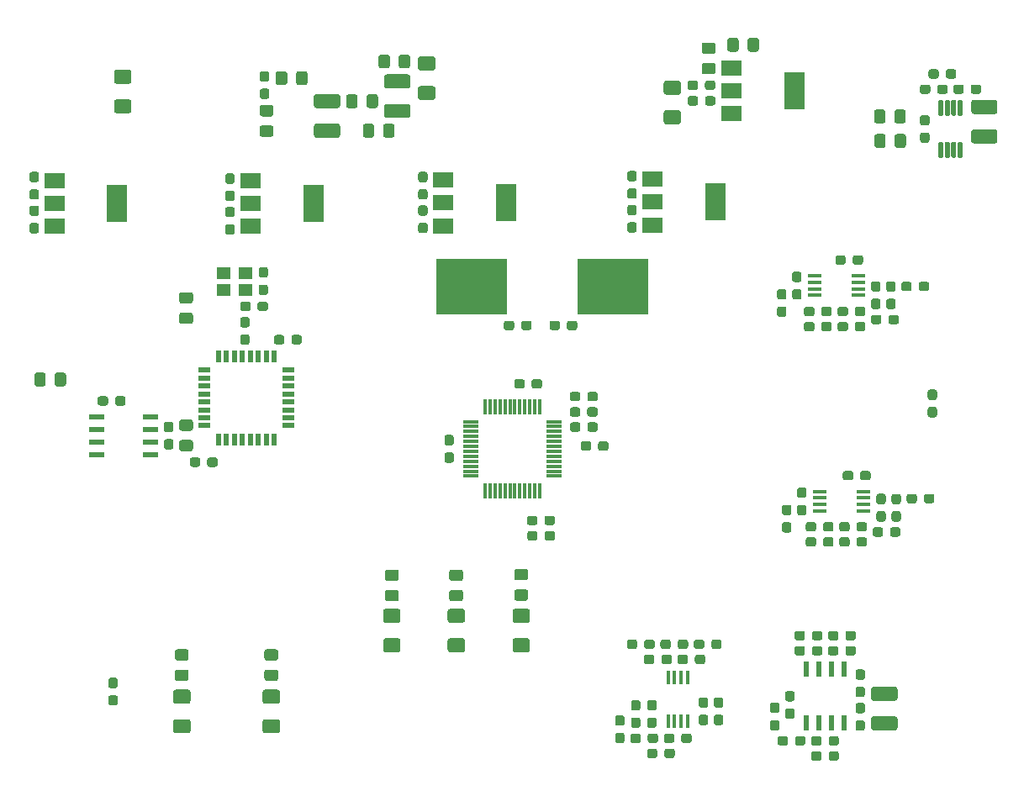
<source format=gbr>
G04 #@! TF.GenerationSoftware,KiCad,Pcbnew,5.1.6-c6e7f7d~86~ubuntu18.04.1*
G04 #@! TF.CreationDate,2020-06-04T01:08:26+01:00*
G04 #@! TF.ProjectId,scot-resolver,73636f74-2d72-4657-936f-6c7665722e6b,rev?*
G04 #@! TF.SameCoordinates,Original*
G04 #@! TF.FileFunction,Paste,Top*
G04 #@! TF.FilePolarity,Positive*
%FSLAX46Y46*%
G04 Gerber Fmt 4.6, Leading zero omitted, Abs format (unit mm)*
G04 Created by KiCad (PCBNEW 5.1.6-c6e7f7d~86~ubuntu18.04.1) date 2020-06-04 01:08:26*
%MOMM*%
%LPD*%
G01*
G04 APERTURE LIST*
%ADD10R,2.000000X1.500000*%
%ADD11R,2.000000X3.800000*%
%ADD12R,1.550000X0.600000*%
%ADD13R,7.175000X5.600000*%
%ADD14R,1.400000X1.200000*%
%ADD15R,1.500000X0.300000*%
%ADD16R,0.300000X1.500000*%
%ADD17R,1.200000X0.500000*%
%ADD18R,0.500000X1.200000*%
%ADD19R,1.450000X0.450000*%
%ADD20R,0.600000X1.550000*%
%ADD21R,0.450000X1.450000*%
G04 APERTURE END LIST*
G36*
G01*
X140401820Y-91928960D02*
X140401820Y-91453960D01*
G75*
G02*
X140639320Y-91216460I237500J0D01*
G01*
X141214320Y-91216460D01*
G75*
G02*
X141451820Y-91453960I0J-237500D01*
G01*
X141451820Y-91928960D01*
G75*
G02*
X141214320Y-92166460I-237500J0D01*
G01*
X140639320Y-92166460D01*
G75*
G02*
X140401820Y-91928960I0J237500D01*
G01*
G37*
G36*
G01*
X138651820Y-91928960D02*
X138651820Y-91453960D01*
G75*
G02*
X138889320Y-91216460I237500J0D01*
G01*
X139464320Y-91216460D01*
G75*
G02*
X139701820Y-91453960I0J-237500D01*
G01*
X139701820Y-91928960D01*
G75*
G02*
X139464320Y-92166460I-237500J0D01*
G01*
X138889320Y-92166460D01*
G75*
G02*
X138651820Y-91928960I0J237500D01*
G01*
G37*
G36*
G01*
X159045900Y-124265200D02*
X159520900Y-124265200D01*
G75*
G02*
X159758400Y-124502700I0J-237500D01*
G01*
X159758400Y-125077700D01*
G75*
G02*
X159520900Y-125315200I-237500J0D01*
G01*
X159045900Y-125315200D01*
G75*
G02*
X158808400Y-125077700I0J237500D01*
G01*
X158808400Y-124502700D01*
G75*
G02*
X159045900Y-124265200I237500J0D01*
G01*
G37*
G36*
G01*
X159045900Y-122515200D02*
X159520900Y-122515200D01*
G75*
G02*
X159758400Y-122752700I0J-237500D01*
G01*
X159758400Y-123327700D01*
G75*
G02*
X159520900Y-123565200I-237500J0D01*
G01*
X159045900Y-123565200D01*
G75*
G02*
X158808400Y-123327700I0J237500D01*
G01*
X158808400Y-122752700D01*
G75*
G02*
X159045900Y-122515200I237500J0D01*
G01*
G37*
G36*
G01*
X169221140Y-81824280D02*
X169696140Y-81824280D01*
G75*
G02*
X169933640Y-82061780I0J-237500D01*
G01*
X169933640Y-82636780D01*
G75*
G02*
X169696140Y-82874280I-237500J0D01*
G01*
X169221140Y-82874280D01*
G75*
G02*
X168983640Y-82636780I0J237500D01*
G01*
X168983640Y-82061780D01*
G75*
G02*
X169221140Y-81824280I237500J0D01*
G01*
G37*
G36*
G01*
X169221140Y-80074280D02*
X169696140Y-80074280D01*
G75*
G02*
X169933640Y-80311780I0J-237500D01*
G01*
X169933640Y-80886780D01*
G75*
G02*
X169696140Y-81124280I-237500J0D01*
G01*
X169221140Y-81124280D01*
G75*
G02*
X168983640Y-80886780I0J237500D01*
G01*
X168983640Y-80311780D01*
G75*
G02*
X169221140Y-80074280I237500J0D01*
G01*
G37*
D10*
X154940000Y-58572400D03*
X154940000Y-63172400D03*
X154940000Y-60872400D03*
D11*
X161240000Y-60872400D03*
G36*
G01*
X136087600Y-104402900D02*
X136087600Y-103927900D01*
G75*
G02*
X136325100Y-103690400I237500J0D01*
G01*
X136900100Y-103690400D01*
G75*
G02*
X137137600Y-103927900I0J-237500D01*
G01*
X137137600Y-104402900D01*
G75*
G02*
X136900100Y-104640400I-237500J0D01*
G01*
X136325100Y-104640400D01*
G75*
G02*
X136087600Y-104402900I0J237500D01*
G01*
G37*
G36*
G01*
X134337600Y-104402900D02*
X134337600Y-103927900D01*
G75*
G02*
X134575100Y-103690400I237500J0D01*
G01*
X135150100Y-103690400D01*
G75*
G02*
X135387600Y-103927900I0J-237500D01*
G01*
X135387600Y-104402900D01*
G75*
G02*
X135150100Y-104640400I-237500J0D01*
G01*
X134575100Y-104640400D01*
G75*
G02*
X134337600Y-104402900I0J237500D01*
G01*
G37*
G36*
G01*
X170734440Y-84164180D02*
X170734440Y-83689180D01*
G75*
G02*
X170971940Y-83451680I237500J0D01*
G01*
X171546940Y-83451680D01*
G75*
G02*
X171784440Y-83689180I0J-237500D01*
G01*
X171784440Y-84164180D01*
G75*
G02*
X171546940Y-84401680I-237500J0D01*
G01*
X170971940Y-84401680D01*
G75*
G02*
X170734440Y-84164180I0J237500D01*
G01*
G37*
G36*
G01*
X168984440Y-84164180D02*
X168984440Y-83689180D01*
G75*
G02*
X169221940Y-83451680I237500J0D01*
G01*
X169796940Y-83451680D01*
G75*
G02*
X170034440Y-83689180I0J-237500D01*
G01*
X170034440Y-84164180D01*
G75*
G02*
X169796940Y-84401680I-237500J0D01*
G01*
X169221940Y-84401680D01*
G75*
G02*
X168984440Y-84164180I0J237500D01*
G01*
G37*
G36*
G01*
X170745140Y-81826880D02*
X171220140Y-81826880D01*
G75*
G02*
X171457640Y-82064380I0J-237500D01*
G01*
X171457640Y-82639380D01*
G75*
G02*
X171220140Y-82876880I-237500J0D01*
G01*
X170745140Y-82876880D01*
G75*
G02*
X170507640Y-82639380I0J237500D01*
G01*
X170507640Y-82064380D01*
G75*
G02*
X170745140Y-81826880I237500J0D01*
G01*
G37*
G36*
G01*
X170745140Y-80076880D02*
X171220140Y-80076880D01*
G75*
G02*
X171457640Y-80314380I0J-237500D01*
G01*
X171457640Y-80889380D01*
G75*
G02*
X171220140Y-81126880I-237500J0D01*
G01*
X170745140Y-81126880D01*
G75*
G02*
X170507640Y-80889380I0J237500D01*
G01*
X170507640Y-80314380D01*
G75*
G02*
X170745140Y-80076880I237500J0D01*
G01*
G37*
G36*
G01*
X159746940Y-82614280D02*
X160221940Y-82614280D01*
G75*
G02*
X160459440Y-82851780I0J-237500D01*
G01*
X160459440Y-83426780D01*
G75*
G02*
X160221940Y-83664280I-237500J0D01*
G01*
X159746940Y-83664280D01*
G75*
G02*
X159509440Y-83426780I0J237500D01*
G01*
X159509440Y-82851780D01*
G75*
G02*
X159746940Y-82614280I237500J0D01*
G01*
G37*
G36*
G01*
X159746940Y-80864280D02*
X160221940Y-80864280D01*
G75*
G02*
X160459440Y-81101780I0J-237500D01*
G01*
X160459440Y-81676780D01*
G75*
G02*
X160221940Y-81914280I-237500J0D01*
G01*
X159746940Y-81914280D01*
G75*
G02*
X159509440Y-81676780I0J237500D01*
G01*
X159509440Y-81101780D01*
G75*
G02*
X159746940Y-80864280I237500J0D01*
G01*
G37*
G36*
G01*
X167358840Y-83351380D02*
X167358840Y-82876380D01*
G75*
G02*
X167596340Y-82638880I237500J0D01*
G01*
X168171340Y-82638880D01*
G75*
G02*
X168408840Y-82876380I0J-237500D01*
G01*
X168408840Y-83351380D01*
G75*
G02*
X168171340Y-83588880I-237500J0D01*
G01*
X167596340Y-83588880D01*
G75*
G02*
X167358840Y-83351380I0J237500D01*
G01*
G37*
G36*
G01*
X165608840Y-83351380D02*
X165608840Y-82876380D01*
G75*
G02*
X165846340Y-82638880I237500J0D01*
G01*
X166421340Y-82638880D01*
G75*
G02*
X166658840Y-82876380I0J-237500D01*
G01*
X166658840Y-83351380D01*
G75*
G02*
X166421340Y-83588880I-237500J0D01*
G01*
X165846340Y-83588880D01*
G75*
G02*
X165608840Y-83351380I0J237500D01*
G01*
G37*
G36*
G01*
X173082440Y-80361780D02*
X173082440Y-80836780D01*
G75*
G02*
X172844940Y-81074280I-237500J0D01*
G01*
X172269940Y-81074280D01*
G75*
G02*
X172032440Y-80836780I0J237500D01*
G01*
X172032440Y-80361780D01*
G75*
G02*
X172269940Y-80124280I237500J0D01*
G01*
X172844940Y-80124280D01*
G75*
G02*
X173082440Y-80361780I0J-237500D01*
G01*
G37*
G36*
G01*
X174832440Y-80361780D02*
X174832440Y-80836780D01*
G75*
G02*
X174594940Y-81074280I-237500J0D01*
G01*
X174019940Y-81074280D01*
G75*
G02*
X173782440Y-80836780I0J237500D01*
G01*
X173782440Y-80361780D01*
G75*
G02*
X174019940Y-80124280I237500J0D01*
G01*
X174594940Y-80124280D01*
G75*
G02*
X174832440Y-80361780I0J-237500D01*
G01*
G37*
G36*
G01*
X152178599Y-58073600D02*
X153078601Y-58073600D01*
G75*
G02*
X153328600Y-58323599I0J-249999D01*
G01*
X153328600Y-58973601D01*
G75*
G02*
X153078601Y-59223600I-249999J0D01*
G01*
X152178599Y-59223600D01*
G75*
G02*
X151928600Y-58973601I0J249999D01*
G01*
X151928600Y-58323599D01*
G75*
G02*
X152178599Y-58073600I249999J0D01*
G01*
G37*
G36*
G01*
X152178599Y-56023600D02*
X153078601Y-56023600D01*
G75*
G02*
X153328600Y-56273599I0J-249999D01*
G01*
X153328600Y-56923601D01*
G75*
G02*
X153078601Y-57173600I-249999J0D01*
G01*
X152178599Y-57173600D01*
G75*
G02*
X151928600Y-56923601I0J249999D01*
G01*
X151928600Y-56273599D01*
G75*
G02*
X152178599Y-56023600I249999J0D01*
G01*
G37*
G36*
G01*
X155649400Y-55810999D02*
X155649400Y-56711001D01*
G75*
G02*
X155399401Y-56961000I-249999J0D01*
G01*
X154749399Y-56961000D01*
G75*
G02*
X154499400Y-56711001I0J249999D01*
G01*
X154499400Y-55810999D01*
G75*
G02*
X154749399Y-55561000I249999J0D01*
G01*
X155399401Y-55561000D01*
G75*
G02*
X155649400Y-55810999I0J-249999D01*
G01*
G37*
G36*
G01*
X157699400Y-55810999D02*
X157699400Y-56711001D01*
G75*
G02*
X157449401Y-56961000I-249999J0D01*
G01*
X156799399Y-56961000D01*
G75*
G02*
X156549400Y-56711001I0J249999D01*
G01*
X156549400Y-55810999D01*
G75*
G02*
X156799399Y-55561000I249999J0D01*
G01*
X157449401Y-55561000D01*
G75*
G02*
X157699400Y-55810999I0J-249999D01*
G01*
G37*
G36*
G01*
X170897000Y-105566220D02*
X170897000Y-105091220D01*
G75*
G02*
X171134500Y-104853720I237500J0D01*
G01*
X171709500Y-104853720D01*
G75*
G02*
X171947000Y-105091220I0J-237500D01*
G01*
X171947000Y-105566220D01*
G75*
G02*
X171709500Y-105803720I-237500J0D01*
G01*
X171134500Y-105803720D01*
G75*
G02*
X170897000Y-105566220I0J237500D01*
G01*
G37*
G36*
G01*
X169147000Y-105566220D02*
X169147000Y-105091220D01*
G75*
G02*
X169384500Y-104853720I237500J0D01*
G01*
X169959500Y-104853720D01*
G75*
G02*
X170197000Y-105091220I0J-237500D01*
G01*
X170197000Y-105566220D01*
G75*
G02*
X169959500Y-105803720I-237500J0D01*
G01*
X169384500Y-105803720D01*
G75*
G02*
X169147000Y-105566220I0J237500D01*
G01*
G37*
G36*
G01*
X171278540Y-103234000D02*
X171753540Y-103234000D01*
G75*
G02*
X171991040Y-103471500I0J-237500D01*
G01*
X171991040Y-104046500D01*
G75*
G02*
X171753540Y-104284000I-237500J0D01*
G01*
X171278540Y-104284000D01*
G75*
G02*
X171041040Y-104046500I0J237500D01*
G01*
X171041040Y-103471500D01*
G75*
G02*
X171278540Y-103234000I237500J0D01*
G01*
G37*
G36*
G01*
X171278540Y-101484000D02*
X171753540Y-101484000D01*
G75*
G02*
X171991040Y-101721500I0J-237500D01*
G01*
X171991040Y-102296500D01*
G75*
G02*
X171753540Y-102534000I-237500J0D01*
G01*
X171278540Y-102534000D01*
G75*
G02*
X171041040Y-102296500I0J237500D01*
G01*
X171041040Y-101721500D01*
G75*
G02*
X171278540Y-101484000I237500J0D01*
G01*
G37*
G36*
G01*
X160244780Y-104336300D02*
X160719780Y-104336300D01*
G75*
G02*
X160957280Y-104573800I0J-237500D01*
G01*
X160957280Y-105148800D01*
G75*
G02*
X160719780Y-105386300I-237500J0D01*
G01*
X160244780Y-105386300D01*
G75*
G02*
X160007280Y-105148800I0J237500D01*
G01*
X160007280Y-104573800D01*
G75*
G02*
X160244780Y-104336300I237500J0D01*
G01*
G37*
G36*
G01*
X160244780Y-102586300D02*
X160719780Y-102586300D01*
G75*
G02*
X160957280Y-102823800I0J-237500D01*
G01*
X160957280Y-103398800D01*
G75*
G02*
X160719780Y-103636300I-237500J0D01*
G01*
X160244780Y-103636300D01*
G75*
G02*
X160007280Y-103398800I0J237500D01*
G01*
X160007280Y-102823800D01*
G75*
G02*
X160244780Y-102586300I237500J0D01*
G01*
G37*
G36*
G01*
X167523880Y-105037900D02*
X167523880Y-104562900D01*
G75*
G02*
X167761380Y-104325400I237500J0D01*
G01*
X168336380Y-104325400D01*
G75*
G02*
X168573880Y-104562900I0J-237500D01*
G01*
X168573880Y-105037900D01*
G75*
G02*
X168336380Y-105275400I-237500J0D01*
G01*
X167761380Y-105275400D01*
G75*
G02*
X167523880Y-105037900I0J237500D01*
G01*
G37*
G36*
G01*
X165773880Y-105037900D02*
X165773880Y-104562900D01*
G75*
G02*
X166011380Y-104325400I237500J0D01*
G01*
X166586380Y-104325400D01*
G75*
G02*
X166823880Y-104562900I0J-237500D01*
G01*
X166823880Y-105037900D01*
G75*
G02*
X166586380Y-105275400I-237500J0D01*
G01*
X166011380Y-105275400D01*
G75*
G02*
X165773880Y-105037900I0J237500D01*
G01*
G37*
G36*
G01*
X173608280Y-101723180D02*
X173608280Y-102198180D01*
G75*
G02*
X173370780Y-102435680I-237500J0D01*
G01*
X172795780Y-102435680D01*
G75*
G02*
X172558280Y-102198180I0J237500D01*
G01*
X172558280Y-101723180D01*
G75*
G02*
X172795780Y-101485680I237500J0D01*
G01*
X173370780Y-101485680D01*
G75*
G02*
X173608280Y-101723180I0J-237500D01*
G01*
G37*
G36*
G01*
X175358280Y-101723180D02*
X175358280Y-102198180D01*
G75*
G02*
X175120780Y-102435680I-237500J0D01*
G01*
X174545780Y-102435680D01*
G75*
G02*
X174308280Y-102198180I0J237500D01*
G01*
X174308280Y-101723180D01*
G75*
G02*
X174545780Y-101485680I237500J0D01*
G01*
X175120780Y-101485680D01*
G75*
G02*
X175358280Y-101723180I0J-237500D01*
G01*
G37*
G36*
G01*
X164002000Y-126127500D02*
X164002000Y-126602500D01*
G75*
G02*
X163764500Y-126840000I-237500J0D01*
G01*
X163189500Y-126840000D01*
G75*
G02*
X162952000Y-126602500I0J237500D01*
G01*
X162952000Y-126127500D01*
G75*
G02*
X163189500Y-125890000I237500J0D01*
G01*
X163764500Y-125890000D01*
G75*
G02*
X164002000Y-126127500I0J-237500D01*
G01*
G37*
G36*
G01*
X165752000Y-126127500D02*
X165752000Y-126602500D01*
G75*
G02*
X165514500Y-126840000I-237500J0D01*
G01*
X164939500Y-126840000D01*
G75*
G02*
X164702000Y-126602500I0J237500D01*
G01*
X164702000Y-126127500D01*
G75*
G02*
X164939500Y-125890000I237500J0D01*
G01*
X165514500Y-125890000D01*
G75*
G02*
X165752000Y-126127500I0J-237500D01*
G01*
G37*
G36*
G01*
X166401200Y-117534700D02*
X166401200Y-117059700D01*
G75*
G02*
X166638700Y-116822200I237500J0D01*
G01*
X167213700Y-116822200D01*
G75*
G02*
X167451200Y-117059700I0J-237500D01*
G01*
X167451200Y-117534700D01*
G75*
G02*
X167213700Y-117772200I-237500J0D01*
G01*
X166638700Y-117772200D01*
G75*
G02*
X166401200Y-117534700I0J237500D01*
G01*
G37*
G36*
G01*
X164651200Y-117534700D02*
X164651200Y-117059700D01*
G75*
G02*
X164888700Y-116822200I237500J0D01*
G01*
X165463700Y-116822200D01*
G75*
G02*
X165701200Y-117059700I0J-237500D01*
G01*
X165701200Y-117534700D01*
G75*
G02*
X165463700Y-117772200I-237500J0D01*
G01*
X164888700Y-117772200D01*
G75*
G02*
X164651200Y-117534700I0J237500D01*
G01*
G37*
G36*
G01*
X161044900Y-122396800D02*
X160569900Y-122396800D01*
G75*
G02*
X160332400Y-122159300I0J237500D01*
G01*
X160332400Y-121584300D01*
G75*
G02*
X160569900Y-121346800I237500J0D01*
G01*
X161044900Y-121346800D01*
G75*
G02*
X161282400Y-121584300I0J-237500D01*
G01*
X161282400Y-122159300D01*
G75*
G02*
X161044900Y-122396800I-237500J0D01*
G01*
G37*
G36*
G01*
X161044900Y-124146800D02*
X160569900Y-124146800D01*
G75*
G02*
X160332400Y-123909300I0J237500D01*
G01*
X160332400Y-123334300D01*
G75*
G02*
X160569900Y-123096800I237500J0D01*
G01*
X161044900Y-123096800D01*
G75*
G02*
X161282400Y-123334300I0J-237500D01*
G01*
X161282400Y-123909300D01*
G75*
G02*
X161044900Y-124146800I-237500J0D01*
G01*
G37*
G36*
G01*
X168131500Y-120209800D02*
X167656500Y-120209800D01*
G75*
G02*
X167419000Y-119972300I0J237500D01*
G01*
X167419000Y-119397300D01*
G75*
G02*
X167656500Y-119159800I237500J0D01*
G01*
X168131500Y-119159800D01*
G75*
G02*
X168369000Y-119397300I0J-237500D01*
G01*
X168369000Y-119972300D01*
G75*
G02*
X168131500Y-120209800I-237500J0D01*
G01*
G37*
G36*
G01*
X168131500Y-121959800D02*
X167656500Y-121959800D01*
G75*
G02*
X167419000Y-121722300I0J237500D01*
G01*
X167419000Y-121147300D01*
G75*
G02*
X167656500Y-120909800I237500J0D01*
G01*
X168131500Y-120909800D01*
G75*
G02*
X168369000Y-121147300I0J-237500D01*
G01*
X168369000Y-121722300D01*
G75*
G02*
X168131500Y-121959800I-237500J0D01*
G01*
G37*
G36*
G01*
X160623800Y-126127500D02*
X160623800Y-126602500D01*
G75*
G02*
X160386300Y-126840000I-237500J0D01*
G01*
X159811300Y-126840000D01*
G75*
G02*
X159573800Y-126602500I0J237500D01*
G01*
X159573800Y-126127500D01*
G75*
G02*
X159811300Y-125890000I237500J0D01*
G01*
X160386300Y-125890000D01*
G75*
G02*
X160623800Y-126127500I0J-237500D01*
G01*
G37*
G36*
G01*
X162373800Y-126127500D02*
X162373800Y-126602500D01*
G75*
G02*
X162136300Y-126840000I-237500J0D01*
G01*
X161561300Y-126840000D01*
G75*
G02*
X161323800Y-126602500I0J237500D01*
G01*
X161323800Y-126127500D01*
G75*
G02*
X161561300Y-125890000I237500J0D01*
G01*
X162136300Y-125890000D01*
G75*
G02*
X162373800Y-126127500I0J-237500D01*
G01*
G37*
G36*
G01*
X162325600Y-115535700D02*
X162325600Y-116010700D01*
G75*
G02*
X162088100Y-116248200I-237500J0D01*
G01*
X161513100Y-116248200D01*
G75*
G02*
X161275600Y-116010700I0J237500D01*
G01*
X161275600Y-115535700D01*
G75*
G02*
X161513100Y-115298200I237500J0D01*
G01*
X162088100Y-115298200D01*
G75*
G02*
X162325600Y-115535700I0J-237500D01*
G01*
G37*
G36*
G01*
X164075600Y-115535700D02*
X164075600Y-116010700D01*
G75*
G02*
X163838100Y-116248200I-237500J0D01*
G01*
X163263100Y-116248200D01*
G75*
G02*
X163025600Y-116010700I0J237500D01*
G01*
X163025600Y-115535700D01*
G75*
G02*
X163263100Y-115298200I237500J0D01*
G01*
X163838100Y-115298200D01*
G75*
G02*
X164075600Y-115535700I0J-237500D01*
G01*
G37*
G36*
G01*
X148166600Y-127872500D02*
X148166600Y-127397500D01*
G75*
G02*
X148404100Y-127160000I237500J0D01*
G01*
X148979100Y-127160000D01*
G75*
G02*
X149216600Y-127397500I0J-237500D01*
G01*
X149216600Y-127872500D01*
G75*
G02*
X148979100Y-128110000I-237500J0D01*
G01*
X148404100Y-128110000D01*
G75*
G02*
X148166600Y-127872500I0J237500D01*
G01*
G37*
G36*
G01*
X146416600Y-127872500D02*
X146416600Y-127397500D01*
G75*
G02*
X146654100Y-127160000I237500J0D01*
G01*
X147229100Y-127160000D01*
G75*
G02*
X147466600Y-127397500I0J-237500D01*
G01*
X147466600Y-127872500D01*
G75*
G02*
X147229100Y-128110000I-237500J0D01*
G01*
X146654100Y-128110000D01*
G75*
G02*
X146416600Y-127872500I0J237500D01*
G01*
G37*
G36*
G01*
X152191000Y-116399300D02*
X152191000Y-116874300D01*
G75*
G02*
X151953500Y-117111800I-237500J0D01*
G01*
X151378500Y-117111800D01*
G75*
G02*
X151141000Y-116874300I0J237500D01*
G01*
X151141000Y-116399300D01*
G75*
G02*
X151378500Y-116161800I237500J0D01*
G01*
X151953500Y-116161800D01*
G75*
G02*
X152191000Y-116399300I0J-237500D01*
G01*
G37*
G36*
G01*
X153941000Y-116399300D02*
X153941000Y-116874300D01*
G75*
G02*
X153703500Y-117111800I-237500J0D01*
G01*
X153128500Y-117111800D01*
G75*
G02*
X152891000Y-116874300I0J237500D01*
G01*
X152891000Y-116399300D01*
G75*
G02*
X153128500Y-116161800I237500J0D01*
G01*
X153703500Y-116161800D01*
G75*
G02*
X153941000Y-116399300I0J-237500D01*
G01*
G37*
G36*
G01*
X146490200Y-126348500D02*
X146490200Y-125873500D01*
G75*
G02*
X146727700Y-125636000I237500J0D01*
G01*
X147302700Y-125636000D01*
G75*
G02*
X147540200Y-125873500I0J-237500D01*
G01*
X147540200Y-126348500D01*
G75*
G02*
X147302700Y-126586000I-237500J0D01*
G01*
X146727700Y-126586000D01*
G75*
G02*
X146490200Y-126348500I0J237500D01*
G01*
G37*
G36*
G01*
X144740200Y-126348500D02*
X144740200Y-125873500D01*
G75*
G02*
X144977700Y-125636000I237500J0D01*
G01*
X145552700Y-125636000D01*
G75*
G02*
X145790200Y-125873500I0J-237500D01*
G01*
X145790200Y-126348500D01*
G75*
G02*
X145552700Y-126586000I-237500J0D01*
G01*
X144977700Y-126586000D01*
G75*
G02*
X144740200Y-126348500I0J237500D01*
G01*
G37*
G36*
G01*
X148812800Y-116399300D02*
X148812800Y-116874300D01*
G75*
G02*
X148575300Y-117111800I-237500J0D01*
G01*
X148000300Y-117111800D01*
G75*
G02*
X147762800Y-116874300I0J237500D01*
G01*
X147762800Y-116399300D01*
G75*
G02*
X148000300Y-116161800I237500J0D01*
G01*
X148575300Y-116161800D01*
G75*
G02*
X148812800Y-116399300I0J-237500D01*
G01*
G37*
G36*
G01*
X150562800Y-116399300D02*
X150562800Y-116874300D01*
G75*
G02*
X150325300Y-117111800I-237500J0D01*
G01*
X149750300Y-117111800D01*
G75*
G02*
X149512800Y-116874300I0J237500D01*
G01*
X149512800Y-116399300D01*
G75*
G02*
X149750300Y-116161800I237500J0D01*
G01*
X150325300Y-116161800D01*
G75*
G02*
X150562800Y-116399300I0J-237500D01*
G01*
G37*
G36*
G01*
X143450300Y-125546600D02*
X143925300Y-125546600D01*
G75*
G02*
X144162800Y-125784100I0J-237500D01*
G01*
X144162800Y-126359100D01*
G75*
G02*
X143925300Y-126596600I-237500J0D01*
G01*
X143450300Y-126596600D01*
G75*
G02*
X143212800Y-126359100I0J237500D01*
G01*
X143212800Y-125784100D01*
G75*
G02*
X143450300Y-125546600I237500J0D01*
G01*
G37*
G36*
G01*
X143450300Y-123796600D02*
X143925300Y-123796600D01*
G75*
G02*
X144162800Y-124034100I0J-237500D01*
G01*
X144162800Y-124609100D01*
G75*
G02*
X143925300Y-124846600I-237500J0D01*
G01*
X143450300Y-124846600D01*
G75*
G02*
X143212800Y-124609100I0J237500D01*
G01*
X143212800Y-124034100D01*
G75*
G02*
X143450300Y-123796600I237500J0D01*
G01*
G37*
G36*
G01*
X145434600Y-116399300D02*
X145434600Y-116874300D01*
G75*
G02*
X145197100Y-117111800I-237500J0D01*
G01*
X144622100Y-117111800D01*
G75*
G02*
X144384600Y-116874300I0J237500D01*
G01*
X144384600Y-116399300D01*
G75*
G02*
X144622100Y-116161800I237500J0D01*
G01*
X145197100Y-116161800D01*
G75*
G02*
X145434600Y-116399300I0J-237500D01*
G01*
G37*
G36*
G01*
X147184600Y-116399300D02*
X147184600Y-116874300D01*
G75*
G02*
X146947100Y-117111800I-237500J0D01*
G01*
X146372100Y-117111800D01*
G75*
G02*
X146134600Y-116874300I0J237500D01*
G01*
X146134600Y-116399300D01*
G75*
G02*
X146372100Y-116161800I237500J0D01*
G01*
X146947100Y-116161800D01*
G75*
G02*
X147184600Y-116399300I0J-237500D01*
G01*
G37*
D12*
X91000600Y-97561400D03*
X91000600Y-96291400D03*
X91000600Y-95021400D03*
X91000600Y-93751400D03*
X96400600Y-93751400D03*
X96400600Y-95021400D03*
X96400600Y-96291400D03*
X96400600Y-97561400D03*
G36*
G01*
X100449801Y-82319600D02*
X99549799Y-82319600D01*
G75*
G02*
X99299800Y-82069601I0J249999D01*
G01*
X99299800Y-81419599D01*
G75*
G02*
X99549799Y-81169600I249999J0D01*
G01*
X100449801Y-81169600D01*
G75*
G02*
X100699800Y-81419599I0J-249999D01*
G01*
X100699800Y-82069601D01*
G75*
G02*
X100449801Y-82319600I-249999J0D01*
G01*
G37*
G36*
G01*
X100449801Y-84369600D02*
X99549799Y-84369600D01*
G75*
G02*
X99299800Y-84119601I0J249999D01*
G01*
X99299800Y-83469599D01*
G75*
G02*
X99549799Y-83219600I249999J0D01*
G01*
X100449801Y-83219600D01*
G75*
G02*
X100699800Y-83469599I0J-249999D01*
G01*
X100699800Y-84119601D01*
G75*
G02*
X100449801Y-84369600I-249999J0D01*
G01*
G37*
G36*
G01*
X171332200Y-63924601D02*
X171332200Y-63024599D01*
G75*
G02*
X171582199Y-62774600I249999J0D01*
G01*
X172232201Y-62774600D01*
G75*
G02*
X172482200Y-63024599I0J-249999D01*
G01*
X172482200Y-63924601D01*
G75*
G02*
X172232201Y-64174600I-249999J0D01*
G01*
X171582199Y-64174600D01*
G75*
G02*
X171332200Y-63924601I0J249999D01*
G01*
G37*
G36*
G01*
X169282200Y-63924601D02*
X169282200Y-63024599D01*
G75*
G02*
X169532199Y-62774600I249999J0D01*
G01*
X170182201Y-62774600D01*
G75*
G02*
X170432200Y-63024599I0J-249999D01*
G01*
X170432200Y-63924601D01*
G75*
G02*
X170182201Y-64174600I-249999J0D01*
G01*
X169532199Y-64174600D01*
G75*
G02*
X169282200Y-63924601I0J249999D01*
G01*
G37*
G36*
G01*
X171357600Y-66388401D02*
X171357600Y-65488399D01*
G75*
G02*
X171607599Y-65238400I249999J0D01*
G01*
X172257601Y-65238400D01*
G75*
G02*
X172507600Y-65488399I0J-249999D01*
G01*
X172507600Y-66388401D01*
G75*
G02*
X172257601Y-66638400I-249999J0D01*
G01*
X171607599Y-66638400D01*
G75*
G02*
X171357600Y-66388401I0J249999D01*
G01*
G37*
G36*
G01*
X169307600Y-66388401D02*
X169307600Y-65488399D01*
G75*
G02*
X169557599Y-65238400I249999J0D01*
G01*
X170207601Y-65238400D01*
G75*
G02*
X170457600Y-65488399I0J-249999D01*
G01*
X170457600Y-66388401D01*
G75*
G02*
X170207601Y-66638400I-249999J0D01*
G01*
X169557599Y-66638400D01*
G75*
G02*
X169307600Y-66388401I0J249999D01*
G01*
G37*
G36*
G01*
X92409000Y-121762000D02*
X92884000Y-121762000D01*
G75*
G02*
X93121500Y-121999500I0J-237500D01*
G01*
X93121500Y-122574500D01*
G75*
G02*
X92884000Y-122812000I-237500J0D01*
G01*
X92409000Y-122812000D01*
G75*
G02*
X92171500Y-122574500I0J237500D01*
G01*
X92171500Y-121999500D01*
G75*
G02*
X92409000Y-121762000I237500J0D01*
G01*
G37*
G36*
G01*
X92409000Y-120012000D02*
X92884000Y-120012000D01*
G75*
G02*
X93121500Y-120249500I0J-237500D01*
G01*
X93121500Y-120824500D01*
G75*
G02*
X92884000Y-121062000I-237500J0D01*
G01*
X92409000Y-121062000D01*
G75*
G02*
X92171500Y-120824500I0J237500D01*
G01*
X92171500Y-120249500D01*
G75*
G02*
X92409000Y-120012000I237500J0D01*
G01*
G37*
G36*
G01*
X137650000Y-84287500D02*
X137650000Y-84762500D01*
G75*
G02*
X137412500Y-85000000I-237500J0D01*
G01*
X136837500Y-85000000D01*
G75*
G02*
X136600000Y-84762500I0J237500D01*
G01*
X136600000Y-84287500D01*
G75*
G02*
X136837500Y-84050000I237500J0D01*
G01*
X137412500Y-84050000D01*
G75*
G02*
X137650000Y-84287500I0J-237500D01*
G01*
G37*
G36*
G01*
X139400000Y-84287500D02*
X139400000Y-84762500D01*
G75*
G02*
X139162500Y-85000000I-237500J0D01*
G01*
X138587500Y-85000000D01*
G75*
G02*
X138350000Y-84762500I0J237500D01*
G01*
X138350000Y-84287500D01*
G75*
G02*
X138587500Y-84050000I237500J0D01*
G01*
X139162500Y-84050000D01*
G75*
G02*
X139400000Y-84287500I0J-237500D01*
G01*
G37*
G36*
G01*
X135401600Y-105477300D02*
X135401600Y-105952300D01*
G75*
G02*
X135164100Y-106189800I-237500J0D01*
G01*
X134589100Y-106189800D01*
G75*
G02*
X134351600Y-105952300I0J237500D01*
G01*
X134351600Y-105477300D01*
G75*
G02*
X134589100Y-105239800I237500J0D01*
G01*
X135164100Y-105239800D01*
G75*
G02*
X135401600Y-105477300I0J-237500D01*
G01*
G37*
G36*
G01*
X137151600Y-105477300D02*
X137151600Y-105952300D01*
G75*
G02*
X136914100Y-106189800I-237500J0D01*
G01*
X136339100Y-106189800D01*
G75*
G02*
X136101600Y-105952300I0J237500D01*
G01*
X136101600Y-105477300D01*
G75*
G02*
X136339100Y-105239800I237500J0D01*
G01*
X136914100Y-105239800D01*
G75*
G02*
X137151600Y-105477300I0J-237500D01*
G01*
G37*
G36*
G01*
X133750000Y-84762500D02*
X133750000Y-84287500D01*
G75*
G02*
X133987500Y-84050000I237500J0D01*
G01*
X134562500Y-84050000D01*
G75*
G02*
X134800000Y-84287500I0J-237500D01*
G01*
X134800000Y-84762500D01*
G75*
G02*
X134562500Y-85000000I-237500J0D01*
G01*
X133987500Y-85000000D01*
G75*
G02*
X133750000Y-84762500I0J237500D01*
G01*
G37*
G36*
G01*
X132000000Y-84762500D02*
X132000000Y-84287500D01*
G75*
G02*
X132237500Y-84050000I237500J0D01*
G01*
X132812500Y-84050000D01*
G75*
G02*
X133050000Y-84287500I0J-237500D01*
G01*
X133050000Y-84762500D01*
G75*
G02*
X132812500Y-85000000I-237500J0D01*
G01*
X132237500Y-85000000D01*
G75*
G02*
X132000000Y-84762500I0J237500D01*
G01*
G37*
G36*
G01*
X140408140Y-94992200D02*
X140408140Y-94517200D01*
G75*
G02*
X140645640Y-94279700I237500J0D01*
G01*
X141220640Y-94279700D01*
G75*
G02*
X141458140Y-94517200I0J-237500D01*
G01*
X141458140Y-94992200D01*
G75*
G02*
X141220640Y-95229700I-237500J0D01*
G01*
X140645640Y-95229700D01*
G75*
G02*
X140408140Y-94992200I0J237500D01*
G01*
G37*
G36*
G01*
X138658140Y-94992200D02*
X138658140Y-94517200D01*
G75*
G02*
X138895640Y-94279700I237500J0D01*
G01*
X139470640Y-94279700D01*
G75*
G02*
X139708140Y-94517200I0J-237500D01*
G01*
X139708140Y-94992200D01*
G75*
G02*
X139470640Y-95229700I-237500J0D01*
G01*
X138895640Y-95229700D01*
G75*
G02*
X138658140Y-94992200I0J237500D01*
G01*
G37*
G36*
G01*
X126254500Y-97304200D02*
X126729500Y-97304200D01*
G75*
G02*
X126967000Y-97541700I0J-237500D01*
G01*
X126967000Y-98116700D01*
G75*
G02*
X126729500Y-98354200I-237500J0D01*
G01*
X126254500Y-98354200D01*
G75*
G02*
X126017000Y-98116700I0J237500D01*
G01*
X126017000Y-97541700D01*
G75*
G02*
X126254500Y-97304200I237500J0D01*
G01*
G37*
G36*
G01*
X126254500Y-95554200D02*
X126729500Y-95554200D01*
G75*
G02*
X126967000Y-95791700I0J-237500D01*
G01*
X126967000Y-96366700D01*
G75*
G02*
X126729500Y-96604200I-237500J0D01*
G01*
X126254500Y-96604200D01*
G75*
G02*
X126017000Y-96366700I0J237500D01*
G01*
X126017000Y-95791700D01*
G75*
G02*
X126254500Y-95554200I237500J0D01*
G01*
G37*
G36*
G01*
X141493960Y-96902280D02*
X141493960Y-96427280D01*
G75*
G02*
X141731460Y-96189780I237500J0D01*
G01*
X142306460Y-96189780D01*
G75*
G02*
X142543960Y-96427280I0J-237500D01*
G01*
X142543960Y-96902280D01*
G75*
G02*
X142306460Y-97139780I-237500J0D01*
G01*
X141731460Y-97139780D01*
G75*
G02*
X141493960Y-96902280I0J237500D01*
G01*
G37*
G36*
G01*
X139743960Y-96902280D02*
X139743960Y-96427280D01*
G75*
G02*
X139981460Y-96189780I237500J0D01*
G01*
X140556460Y-96189780D01*
G75*
G02*
X140793960Y-96427280I0J-237500D01*
G01*
X140793960Y-96902280D01*
G75*
G02*
X140556460Y-97139780I-237500J0D01*
G01*
X139981460Y-97139780D01*
G75*
G02*
X139743960Y-96902280I0J237500D01*
G01*
G37*
G36*
G01*
X134800000Y-90637500D02*
X134800000Y-90162500D01*
G75*
G02*
X135037500Y-89925000I237500J0D01*
G01*
X135612500Y-89925000D01*
G75*
G02*
X135850000Y-90162500I0J-237500D01*
G01*
X135850000Y-90637500D01*
G75*
G02*
X135612500Y-90875000I-237500J0D01*
G01*
X135037500Y-90875000D01*
G75*
G02*
X134800000Y-90637500I0J237500D01*
G01*
G37*
G36*
G01*
X133050000Y-90637500D02*
X133050000Y-90162500D01*
G75*
G02*
X133287500Y-89925000I237500J0D01*
G01*
X133862500Y-89925000D01*
G75*
G02*
X134100000Y-90162500I0J-237500D01*
G01*
X134100000Y-90637500D01*
G75*
G02*
X133862500Y-90875000I-237500J0D01*
G01*
X133287500Y-90875000D01*
G75*
G02*
X133050000Y-90637500I0J237500D01*
G01*
G37*
G36*
G01*
X106162500Y-84725000D02*
X105687500Y-84725000D01*
G75*
G02*
X105450000Y-84487500I0J237500D01*
G01*
X105450000Y-83912500D01*
G75*
G02*
X105687500Y-83675000I237500J0D01*
G01*
X106162500Y-83675000D01*
G75*
G02*
X106400000Y-83912500I0J-237500D01*
G01*
X106400000Y-84487500D01*
G75*
G02*
X106162500Y-84725000I-237500J0D01*
G01*
G37*
G36*
G01*
X106162500Y-86475000D02*
X105687500Y-86475000D01*
G75*
G02*
X105450000Y-86237500I0J237500D01*
G01*
X105450000Y-85662500D01*
G75*
G02*
X105687500Y-85425000I237500J0D01*
G01*
X106162500Y-85425000D01*
G75*
G02*
X106400000Y-85662500I0J-237500D01*
G01*
X106400000Y-86237500D01*
G75*
G02*
X106162500Y-86475000I-237500J0D01*
G01*
G37*
G36*
G01*
X107200000Y-82837500D02*
X107200000Y-82362500D01*
G75*
G02*
X107437500Y-82125000I237500J0D01*
G01*
X108012500Y-82125000D01*
G75*
G02*
X108250000Y-82362500I0J-237500D01*
G01*
X108250000Y-82837500D01*
G75*
G02*
X108012500Y-83075000I-237500J0D01*
G01*
X107437500Y-83075000D01*
G75*
G02*
X107200000Y-82837500I0J237500D01*
G01*
G37*
G36*
G01*
X105450000Y-82837500D02*
X105450000Y-82362500D01*
G75*
G02*
X105687500Y-82125000I237500J0D01*
G01*
X106262500Y-82125000D01*
G75*
G02*
X106500000Y-82362500I0J-237500D01*
G01*
X106500000Y-82837500D01*
G75*
G02*
X106262500Y-83075000I-237500J0D01*
G01*
X105687500Y-83075000D01*
G75*
G02*
X105450000Y-82837500I0J237500D01*
G01*
G37*
G36*
G01*
X108012500Y-79700000D02*
X107537500Y-79700000D01*
G75*
G02*
X107300000Y-79462500I0J237500D01*
G01*
X107300000Y-78887500D01*
G75*
G02*
X107537500Y-78650000I237500J0D01*
G01*
X108012500Y-78650000D01*
G75*
G02*
X108250000Y-78887500I0J-237500D01*
G01*
X108250000Y-79462500D01*
G75*
G02*
X108012500Y-79700000I-237500J0D01*
G01*
G37*
G36*
G01*
X108012500Y-81450000D02*
X107537500Y-81450000D01*
G75*
G02*
X107300000Y-81212500I0J237500D01*
G01*
X107300000Y-80637500D01*
G75*
G02*
X107537500Y-80400000I237500J0D01*
G01*
X108012500Y-80400000D01*
G75*
G02*
X108250000Y-80637500I0J-237500D01*
G01*
X108250000Y-81212500D01*
G75*
G02*
X108012500Y-81450000I-237500J0D01*
G01*
G37*
G36*
G01*
X110600000Y-86191100D02*
X110600000Y-85716100D01*
G75*
G02*
X110837500Y-85478600I237500J0D01*
G01*
X111412500Y-85478600D01*
G75*
G02*
X111650000Y-85716100I0J-237500D01*
G01*
X111650000Y-86191100D01*
G75*
G02*
X111412500Y-86428600I-237500J0D01*
G01*
X110837500Y-86428600D01*
G75*
G02*
X110600000Y-86191100I0J237500D01*
G01*
G37*
G36*
G01*
X108850000Y-86191100D02*
X108850000Y-85716100D01*
G75*
G02*
X109087500Y-85478600I237500J0D01*
G01*
X109662500Y-85478600D01*
G75*
G02*
X109900000Y-85716100I0J-237500D01*
G01*
X109900000Y-86191100D01*
G75*
G02*
X109662500Y-86428600I-237500J0D01*
G01*
X109087500Y-86428600D01*
G75*
G02*
X108850000Y-86191100I0J237500D01*
G01*
G37*
G36*
G01*
X101427800Y-98060500D02*
X101427800Y-98535500D01*
G75*
G02*
X101190300Y-98773000I-237500J0D01*
G01*
X100615300Y-98773000D01*
G75*
G02*
X100377800Y-98535500I0J237500D01*
G01*
X100377800Y-98060500D01*
G75*
G02*
X100615300Y-97823000I237500J0D01*
G01*
X101190300Y-97823000D01*
G75*
G02*
X101427800Y-98060500I0J-237500D01*
G01*
G37*
G36*
G01*
X103177800Y-98060500D02*
X103177800Y-98535500D01*
G75*
G02*
X102940300Y-98773000I-237500J0D01*
G01*
X102365300Y-98773000D01*
G75*
G02*
X102127800Y-98535500I0J237500D01*
G01*
X102127800Y-98060500D01*
G75*
G02*
X102365300Y-97823000I237500J0D01*
G01*
X102940300Y-97823000D01*
G75*
G02*
X103177800Y-98060500I0J-237500D01*
G01*
G37*
G36*
G01*
X98484700Y-95269600D02*
X98009700Y-95269600D01*
G75*
G02*
X97772200Y-95032100I0J237500D01*
G01*
X97772200Y-94457100D01*
G75*
G02*
X98009700Y-94219600I237500J0D01*
G01*
X98484700Y-94219600D01*
G75*
G02*
X98722200Y-94457100I0J-237500D01*
G01*
X98722200Y-95032100D01*
G75*
G02*
X98484700Y-95269600I-237500J0D01*
G01*
G37*
G36*
G01*
X98484700Y-97019600D02*
X98009700Y-97019600D01*
G75*
G02*
X97772200Y-96782100I0J237500D01*
G01*
X97772200Y-96207100D01*
G75*
G02*
X98009700Y-95969600I237500J0D01*
G01*
X98484700Y-95969600D01*
G75*
G02*
X98722200Y-96207100I0J-237500D01*
G01*
X98722200Y-96782100D01*
G75*
G02*
X98484700Y-97019600I-237500J0D01*
G01*
G37*
G36*
G01*
X92150000Y-91887500D02*
X92150000Y-92362500D01*
G75*
G02*
X91912500Y-92600000I-237500J0D01*
G01*
X91337500Y-92600000D01*
G75*
G02*
X91100000Y-92362500I0J237500D01*
G01*
X91100000Y-91887500D01*
G75*
G02*
X91337500Y-91650000I237500J0D01*
G01*
X91912500Y-91650000D01*
G75*
G02*
X92150000Y-91887500I0J-237500D01*
G01*
G37*
G36*
G01*
X93900000Y-91887500D02*
X93900000Y-92362500D01*
G75*
G02*
X93662500Y-92600000I-237500J0D01*
G01*
X93087500Y-92600000D01*
G75*
G02*
X92850000Y-92362500I0J237500D01*
G01*
X92850000Y-91887500D01*
G75*
G02*
X93087500Y-91650000I237500J0D01*
G01*
X93662500Y-91650000D01*
G75*
G02*
X93900000Y-91887500I0J-237500D01*
G01*
G37*
G36*
G01*
X166658840Y-84400380D02*
X166658840Y-84875380D01*
G75*
G02*
X166421340Y-85112880I-237500J0D01*
G01*
X165846340Y-85112880D01*
G75*
G02*
X165608840Y-84875380I0J237500D01*
G01*
X165608840Y-84400380D01*
G75*
G02*
X165846340Y-84162880I237500J0D01*
G01*
X166421340Y-84162880D01*
G75*
G02*
X166658840Y-84400380I0J-237500D01*
G01*
G37*
G36*
G01*
X168408840Y-84400380D02*
X168408840Y-84875380D01*
G75*
G02*
X168171340Y-85112880I-237500J0D01*
G01*
X167596340Y-85112880D01*
G75*
G02*
X167358840Y-84875380I0J237500D01*
G01*
X167358840Y-84400380D01*
G75*
G02*
X167596340Y-84162880I237500J0D01*
G01*
X168171340Y-84162880D01*
G75*
G02*
X168408840Y-84400380I0J-237500D01*
G01*
G37*
G36*
G01*
X161270940Y-80861680D02*
X161745940Y-80861680D01*
G75*
G02*
X161983440Y-81099180I0J-237500D01*
G01*
X161983440Y-81674180D01*
G75*
G02*
X161745940Y-81911680I-237500J0D01*
G01*
X161270940Y-81911680D01*
G75*
G02*
X161033440Y-81674180I0J237500D01*
G01*
X161033440Y-81099180D01*
G75*
G02*
X161270940Y-80861680I237500J0D01*
G01*
G37*
G36*
G01*
X161270940Y-79111680D02*
X161745940Y-79111680D01*
G75*
G02*
X161983440Y-79349180I0J-237500D01*
G01*
X161983440Y-79924180D01*
G75*
G02*
X161745940Y-80161680I-237500J0D01*
G01*
X161270940Y-80161680D01*
G75*
G02*
X161033440Y-79924180I0J237500D01*
G01*
X161033440Y-79349180D01*
G75*
G02*
X161270940Y-79111680I237500J0D01*
G01*
G37*
G36*
G01*
X163278040Y-82876380D02*
X163278040Y-83351380D01*
G75*
G02*
X163040540Y-83588880I-237500J0D01*
G01*
X162465540Y-83588880D01*
G75*
G02*
X162228040Y-83351380I0J237500D01*
G01*
X162228040Y-82876380D01*
G75*
G02*
X162465540Y-82638880I237500J0D01*
G01*
X163040540Y-82638880D01*
G75*
G02*
X163278040Y-82876380I0J-237500D01*
G01*
G37*
G36*
G01*
X165028040Y-82876380D02*
X165028040Y-83351380D01*
G75*
G02*
X164790540Y-83588880I-237500J0D01*
G01*
X164215540Y-83588880D01*
G75*
G02*
X163978040Y-83351380I0J237500D01*
G01*
X163978040Y-82876380D01*
G75*
G02*
X164215540Y-82638880I237500J0D01*
G01*
X164790540Y-82638880D01*
G75*
G02*
X165028040Y-82876380I0J-237500D01*
G01*
G37*
G36*
G01*
X166430240Y-77694780D02*
X166430240Y-78169780D01*
G75*
G02*
X166192740Y-78407280I-237500J0D01*
G01*
X165617740Y-78407280D01*
G75*
G02*
X165380240Y-78169780I0J237500D01*
G01*
X165380240Y-77694780D01*
G75*
G02*
X165617740Y-77457280I237500J0D01*
G01*
X166192740Y-77457280D01*
G75*
G02*
X166430240Y-77694780I0J-237500D01*
G01*
G37*
G36*
G01*
X168180240Y-77694780D02*
X168180240Y-78169780D01*
G75*
G02*
X167942740Y-78407280I-237500J0D01*
G01*
X167367740Y-78407280D01*
G75*
G02*
X167130240Y-78169780I0J237500D01*
G01*
X167130240Y-77694780D01*
G75*
G02*
X167367740Y-77457280I237500J0D01*
G01*
X167942740Y-77457280D01*
G75*
G02*
X168180240Y-77694780I0J-237500D01*
G01*
G37*
G36*
G01*
X174921300Y-92727500D02*
X175396300Y-92727500D01*
G75*
G02*
X175633800Y-92965000I0J-237500D01*
G01*
X175633800Y-93540000D01*
G75*
G02*
X175396300Y-93777500I-237500J0D01*
G01*
X174921300Y-93777500D01*
G75*
G02*
X174683800Y-93540000I0J237500D01*
G01*
X174683800Y-92965000D01*
G75*
G02*
X174921300Y-92727500I237500J0D01*
G01*
G37*
G36*
G01*
X174921300Y-90977500D02*
X175396300Y-90977500D01*
G75*
G02*
X175633800Y-91215000I0J-237500D01*
G01*
X175633800Y-91790000D01*
G75*
G02*
X175396300Y-92027500I-237500J0D01*
G01*
X174921300Y-92027500D01*
G75*
G02*
X174683800Y-91790000I0J237500D01*
G01*
X174683800Y-91215000D01*
G75*
G02*
X174921300Y-90977500I237500J0D01*
G01*
G37*
G36*
G01*
X100449801Y-95146600D02*
X99549799Y-95146600D01*
G75*
G02*
X99299800Y-94896601I0J249999D01*
G01*
X99299800Y-94246599D01*
G75*
G02*
X99549799Y-93996600I249999J0D01*
G01*
X100449801Y-93996600D01*
G75*
G02*
X100699800Y-94246599I0J-249999D01*
G01*
X100699800Y-94896601D01*
G75*
G02*
X100449801Y-95146600I-249999J0D01*
G01*
G37*
G36*
G01*
X100449801Y-97196600D02*
X99549799Y-97196600D01*
G75*
G02*
X99299800Y-96946601I0J249999D01*
G01*
X99299800Y-96296599D01*
G75*
G02*
X99549799Y-96046600I249999J0D01*
G01*
X100449801Y-96046600D01*
G75*
G02*
X100699800Y-96296599I0J-249999D01*
G01*
X100699800Y-96946601D01*
G75*
G02*
X100449801Y-97196600I-249999J0D01*
G01*
G37*
G36*
G01*
X151553400Y-60087500D02*
X151553400Y-60562500D01*
G75*
G02*
X151315900Y-60800000I-237500J0D01*
G01*
X150740900Y-60800000D01*
G75*
G02*
X150503400Y-60562500I0J237500D01*
G01*
X150503400Y-60087500D01*
G75*
G02*
X150740900Y-59850000I237500J0D01*
G01*
X151315900Y-59850000D01*
G75*
G02*
X151553400Y-60087500I0J-237500D01*
G01*
G37*
G36*
G01*
X153303400Y-60087500D02*
X153303400Y-60562500D01*
G75*
G02*
X153065900Y-60800000I-237500J0D01*
G01*
X152490900Y-60800000D01*
G75*
G02*
X152253400Y-60562500I0J237500D01*
G01*
X152253400Y-60087500D01*
G75*
G02*
X152490900Y-59850000I237500J0D01*
G01*
X153065900Y-59850000D01*
G75*
G02*
X153303400Y-60087500I0J-237500D01*
G01*
G37*
G36*
G01*
X151556000Y-61662300D02*
X151556000Y-62137300D01*
G75*
G02*
X151318500Y-62374800I-237500J0D01*
G01*
X150743500Y-62374800D01*
G75*
G02*
X150506000Y-62137300I0J237500D01*
G01*
X150506000Y-61662300D01*
G75*
G02*
X150743500Y-61424800I237500J0D01*
G01*
X151318500Y-61424800D01*
G75*
G02*
X151556000Y-61662300I0J-237500D01*
G01*
G37*
G36*
G01*
X153306000Y-61662300D02*
X153306000Y-62137300D01*
G75*
G02*
X153068500Y-62374800I-237500J0D01*
G01*
X152493500Y-62374800D01*
G75*
G02*
X152256000Y-62137300I0J237500D01*
G01*
X152256000Y-61662300D01*
G75*
G02*
X152493500Y-61424800I237500J0D01*
G01*
X153068500Y-61424800D01*
G75*
G02*
X153306000Y-61662300I0J-237500D01*
G01*
G37*
G36*
G01*
X149596000Y-61288300D02*
X148346000Y-61288300D01*
G75*
G02*
X148096000Y-61038300I0J250000D01*
G01*
X148096000Y-60113300D01*
G75*
G02*
X148346000Y-59863300I250000J0D01*
G01*
X149596000Y-59863300D01*
G75*
G02*
X149846000Y-60113300I0J-250000D01*
G01*
X149846000Y-61038300D01*
G75*
G02*
X149596000Y-61288300I-250000J0D01*
G01*
G37*
G36*
G01*
X149596000Y-64263300D02*
X148346000Y-64263300D01*
G75*
G02*
X148096000Y-64013300I0J250000D01*
G01*
X148096000Y-63088300D01*
G75*
G02*
X148346000Y-62838300I250000J0D01*
G01*
X149596000Y-62838300D01*
G75*
G02*
X149846000Y-63088300I0J-250000D01*
G01*
X149846000Y-64013300D01*
G75*
G02*
X149596000Y-64263300I-250000J0D01*
G01*
G37*
G36*
G01*
X174949400Y-60493900D02*
X174949400Y-60968900D01*
G75*
G02*
X174711900Y-61206400I-237500J0D01*
G01*
X174136900Y-61206400D01*
G75*
G02*
X173899400Y-60968900I0J237500D01*
G01*
X173899400Y-60493900D01*
G75*
G02*
X174136900Y-60256400I237500J0D01*
G01*
X174711900Y-60256400D01*
G75*
G02*
X174949400Y-60493900I0J-237500D01*
G01*
G37*
G36*
G01*
X176699400Y-60493900D02*
X176699400Y-60968900D01*
G75*
G02*
X176461900Y-61206400I-237500J0D01*
G01*
X175886900Y-61206400D01*
G75*
G02*
X175649400Y-60968900I0J237500D01*
G01*
X175649400Y-60493900D01*
G75*
G02*
X175886900Y-60256400I237500J0D01*
G01*
X176461900Y-60256400D01*
G75*
G02*
X176699400Y-60493900I0J-237500D01*
G01*
G37*
G36*
G01*
X93000000Y-61737500D02*
X94250000Y-61737500D01*
G75*
G02*
X94500000Y-61987500I0J-250000D01*
G01*
X94500000Y-62912500D01*
G75*
G02*
X94250000Y-63162500I-250000J0D01*
G01*
X93000000Y-63162500D01*
G75*
G02*
X92750000Y-62912500I0J250000D01*
G01*
X92750000Y-61987500D01*
G75*
G02*
X93000000Y-61737500I250000J0D01*
G01*
G37*
G36*
G01*
X93000000Y-58762500D02*
X94250000Y-58762500D01*
G75*
G02*
X94500000Y-59012500I0J-250000D01*
G01*
X94500000Y-59937500D01*
G75*
G02*
X94250000Y-60187500I-250000J0D01*
G01*
X93000000Y-60187500D01*
G75*
G02*
X92750000Y-59937500I0J250000D01*
G01*
X92750000Y-59012500D01*
G75*
G02*
X93000000Y-58762500I250000J0D01*
G01*
G37*
G36*
G01*
X166823880Y-106086900D02*
X166823880Y-106561900D01*
G75*
G02*
X166586380Y-106799400I-237500J0D01*
G01*
X166011380Y-106799400D01*
G75*
G02*
X165773880Y-106561900I0J237500D01*
G01*
X165773880Y-106086900D01*
G75*
G02*
X166011380Y-105849400I237500J0D01*
G01*
X166586380Y-105849400D01*
G75*
G02*
X166823880Y-106086900I0J-237500D01*
G01*
G37*
G36*
G01*
X168573880Y-106086900D02*
X168573880Y-106561900D01*
G75*
G02*
X168336380Y-106799400I-237500J0D01*
G01*
X167761380Y-106799400D01*
G75*
G02*
X167523880Y-106561900I0J237500D01*
G01*
X167523880Y-106086900D01*
G75*
G02*
X167761380Y-105849400I237500J0D01*
G01*
X168336380Y-105849400D01*
G75*
G02*
X168573880Y-106086900I0J-237500D01*
G01*
G37*
G36*
G01*
X169749460Y-103228920D02*
X170224460Y-103228920D01*
G75*
G02*
X170461960Y-103466420I0J-237500D01*
G01*
X170461960Y-104041420D01*
G75*
G02*
X170224460Y-104278920I-237500J0D01*
G01*
X169749460Y-104278920D01*
G75*
G02*
X169511960Y-104041420I0J237500D01*
G01*
X169511960Y-103466420D01*
G75*
G02*
X169749460Y-103228920I237500J0D01*
G01*
G37*
G36*
G01*
X169749460Y-101478920D02*
X170224460Y-101478920D01*
G75*
G02*
X170461960Y-101716420I0J-237500D01*
G01*
X170461960Y-102291420D01*
G75*
G02*
X170224460Y-102528920I-237500J0D01*
G01*
X169749460Y-102528920D01*
G75*
G02*
X169511960Y-102291420I0J237500D01*
G01*
X169511960Y-101716420D01*
G75*
G02*
X169749460Y-101478920I237500J0D01*
G01*
G37*
G36*
G01*
X161768780Y-102599000D02*
X162243780Y-102599000D01*
G75*
G02*
X162481280Y-102836500I0J-237500D01*
G01*
X162481280Y-103411500D01*
G75*
G02*
X162243780Y-103649000I-237500J0D01*
G01*
X161768780Y-103649000D01*
G75*
G02*
X161531280Y-103411500I0J237500D01*
G01*
X161531280Y-102836500D01*
G75*
G02*
X161768780Y-102599000I237500J0D01*
G01*
G37*
G36*
G01*
X161768780Y-100849000D02*
X162243780Y-100849000D01*
G75*
G02*
X162481280Y-101086500I0J-237500D01*
G01*
X162481280Y-101661500D01*
G75*
G02*
X162243780Y-101899000I-237500J0D01*
G01*
X161768780Y-101899000D01*
G75*
G02*
X161531280Y-101661500I0J237500D01*
G01*
X161531280Y-101086500D01*
G75*
G02*
X161768780Y-100849000I237500J0D01*
G01*
G37*
G36*
G01*
X163458380Y-104562900D02*
X163458380Y-105037900D01*
G75*
G02*
X163220880Y-105275400I-237500J0D01*
G01*
X162645880Y-105275400D01*
G75*
G02*
X162408380Y-105037900I0J237500D01*
G01*
X162408380Y-104562900D01*
G75*
G02*
X162645880Y-104325400I237500J0D01*
G01*
X163220880Y-104325400D01*
G75*
G02*
X163458380Y-104562900I0J-237500D01*
G01*
G37*
G36*
G01*
X165208380Y-104562900D02*
X165208380Y-105037900D01*
G75*
G02*
X164970880Y-105275400I-237500J0D01*
G01*
X164395880Y-105275400D01*
G75*
G02*
X164158380Y-105037900I0J237500D01*
G01*
X164158380Y-104562900D01*
G75*
G02*
X164395880Y-104325400I237500J0D01*
G01*
X164970880Y-104325400D01*
G75*
G02*
X165208380Y-104562900I0J-237500D01*
G01*
G37*
G36*
G01*
X167187160Y-99411780D02*
X167187160Y-99886780D01*
G75*
G02*
X166949660Y-100124280I-237500J0D01*
G01*
X166374660Y-100124280D01*
G75*
G02*
X166137160Y-99886780I0J237500D01*
G01*
X166137160Y-99411780D01*
G75*
G02*
X166374660Y-99174280I237500J0D01*
G01*
X166949660Y-99174280D01*
G75*
G02*
X167187160Y-99411780I0J-237500D01*
G01*
G37*
G36*
G01*
X168937160Y-99411780D02*
X168937160Y-99886780D01*
G75*
G02*
X168699660Y-100124280I-237500J0D01*
G01*
X168124660Y-100124280D01*
G75*
G02*
X167887160Y-99886780I0J237500D01*
G01*
X167887160Y-99411780D01*
G75*
G02*
X168124660Y-99174280I237500J0D01*
G01*
X168699660Y-99174280D01*
G75*
G02*
X168937160Y-99411780I0J-237500D01*
G01*
G37*
G36*
G01*
X164002000Y-127651500D02*
X164002000Y-128126500D01*
G75*
G02*
X163764500Y-128364000I-237500J0D01*
G01*
X163189500Y-128364000D01*
G75*
G02*
X162952000Y-128126500I0J237500D01*
G01*
X162952000Y-127651500D01*
G75*
G02*
X163189500Y-127414000I237500J0D01*
G01*
X163764500Y-127414000D01*
G75*
G02*
X164002000Y-127651500I0J-237500D01*
G01*
G37*
G36*
G01*
X165752000Y-127651500D02*
X165752000Y-128126500D01*
G75*
G02*
X165514500Y-128364000I-237500J0D01*
G01*
X164939500Y-128364000D01*
G75*
G02*
X164702000Y-128126500I0J237500D01*
G01*
X164702000Y-127651500D01*
G75*
G02*
X164939500Y-127414000I237500J0D01*
G01*
X165514500Y-127414000D01*
G75*
G02*
X165752000Y-127651500I0J-237500D01*
G01*
G37*
G36*
G01*
X166403800Y-116010700D02*
X166403800Y-115535700D01*
G75*
G02*
X166641300Y-115298200I237500J0D01*
G01*
X167216300Y-115298200D01*
G75*
G02*
X167453800Y-115535700I0J-237500D01*
G01*
X167453800Y-116010700D01*
G75*
G02*
X167216300Y-116248200I-237500J0D01*
G01*
X166641300Y-116248200D01*
G75*
G02*
X166403800Y-116010700I0J237500D01*
G01*
G37*
G36*
G01*
X164653800Y-116010700D02*
X164653800Y-115535700D01*
G75*
G02*
X164891300Y-115298200I237500J0D01*
G01*
X165466300Y-115298200D01*
G75*
G02*
X165703800Y-115535700I0J-237500D01*
G01*
X165703800Y-116010700D01*
G75*
G02*
X165466300Y-116248200I-237500J0D01*
G01*
X164891300Y-116248200D01*
G75*
G02*
X164653800Y-116010700I0J237500D01*
G01*
G37*
G36*
G01*
X162325600Y-117059700D02*
X162325600Y-117534700D01*
G75*
G02*
X162088100Y-117772200I-237500J0D01*
G01*
X161513100Y-117772200D01*
G75*
G02*
X161275600Y-117534700I0J237500D01*
G01*
X161275600Y-117059700D01*
G75*
G02*
X161513100Y-116822200I237500J0D01*
G01*
X162088100Y-116822200D01*
G75*
G02*
X162325600Y-117059700I0J-237500D01*
G01*
G37*
G36*
G01*
X164075600Y-117059700D02*
X164075600Y-117534700D01*
G75*
G02*
X163838100Y-117772200I-237500J0D01*
G01*
X163263100Y-117772200D01*
G75*
G02*
X163025600Y-117534700I0J237500D01*
G01*
X163025600Y-117059700D01*
G75*
G02*
X163263100Y-116822200I237500J0D01*
G01*
X163838100Y-116822200D01*
G75*
G02*
X164075600Y-117059700I0J-237500D01*
G01*
G37*
G36*
G01*
X149868400Y-126348500D02*
X149868400Y-125873500D01*
G75*
G02*
X150105900Y-125636000I237500J0D01*
G01*
X150680900Y-125636000D01*
G75*
G02*
X150918400Y-125873500I0J-237500D01*
G01*
X150918400Y-126348500D01*
G75*
G02*
X150680900Y-126586000I-237500J0D01*
G01*
X150105900Y-126586000D01*
G75*
G02*
X149868400Y-126348500I0J237500D01*
G01*
G37*
G36*
G01*
X148118400Y-126348500D02*
X148118400Y-125873500D01*
G75*
G02*
X148355900Y-125636000I237500J0D01*
G01*
X148930900Y-125636000D01*
G75*
G02*
X149168400Y-125873500I0J-237500D01*
G01*
X149168400Y-126348500D01*
G75*
G02*
X148930900Y-126586000I-237500J0D01*
G01*
X148355900Y-126586000D01*
G75*
G02*
X148118400Y-126348500I0J237500D01*
G01*
G37*
G36*
G01*
X150537400Y-117923300D02*
X150537400Y-118398300D01*
G75*
G02*
X150299900Y-118635800I-237500J0D01*
G01*
X149724900Y-118635800D01*
G75*
G02*
X149487400Y-118398300I0J237500D01*
G01*
X149487400Y-117923300D01*
G75*
G02*
X149724900Y-117685800I237500J0D01*
G01*
X150299900Y-117685800D01*
G75*
G02*
X150537400Y-117923300I0J-237500D01*
G01*
G37*
G36*
G01*
X152287400Y-117923300D02*
X152287400Y-118398300D01*
G75*
G02*
X152049900Y-118635800I-237500J0D01*
G01*
X151474900Y-118635800D01*
G75*
G02*
X151237400Y-118398300I0J237500D01*
G01*
X151237400Y-117923300D01*
G75*
G02*
X151474900Y-117685800I237500J0D01*
G01*
X152049900Y-117685800D01*
G75*
G02*
X152287400Y-117923300I0J-237500D01*
G01*
G37*
G36*
G01*
X145050500Y-124011200D02*
X145525500Y-124011200D01*
G75*
G02*
X145763000Y-124248700I0J-237500D01*
G01*
X145763000Y-124823700D01*
G75*
G02*
X145525500Y-125061200I-237500J0D01*
G01*
X145050500Y-125061200D01*
G75*
G02*
X144813000Y-124823700I0J237500D01*
G01*
X144813000Y-124248700D01*
G75*
G02*
X145050500Y-124011200I237500J0D01*
G01*
G37*
G36*
G01*
X145050500Y-122261200D02*
X145525500Y-122261200D01*
G75*
G02*
X145763000Y-122498700I0J-237500D01*
G01*
X145763000Y-123073700D01*
G75*
G02*
X145525500Y-123311200I-237500J0D01*
G01*
X145050500Y-123311200D01*
G75*
G02*
X144813000Y-123073700I0J237500D01*
G01*
X144813000Y-122498700D01*
G75*
G02*
X145050500Y-122261200I237500J0D01*
G01*
G37*
G36*
G01*
X147861800Y-118398300D02*
X147861800Y-117923300D01*
G75*
G02*
X148099300Y-117685800I237500J0D01*
G01*
X148674300Y-117685800D01*
G75*
G02*
X148911800Y-117923300I0J-237500D01*
G01*
X148911800Y-118398300D01*
G75*
G02*
X148674300Y-118635800I-237500J0D01*
G01*
X148099300Y-118635800D01*
G75*
G02*
X147861800Y-118398300I0J237500D01*
G01*
G37*
G36*
G01*
X146111800Y-118398300D02*
X146111800Y-117923300D01*
G75*
G02*
X146349300Y-117685800I237500J0D01*
G01*
X146924300Y-117685800D01*
G75*
G02*
X147161800Y-117923300I0J-237500D01*
G01*
X147161800Y-118398300D01*
G75*
G02*
X146924300Y-118635800I-237500J0D01*
G01*
X146349300Y-118635800D01*
G75*
G02*
X146111800Y-118398300I0J237500D01*
G01*
G37*
G36*
G01*
X147151100Y-123311200D02*
X146676100Y-123311200D01*
G75*
G02*
X146438600Y-123073700I0J237500D01*
G01*
X146438600Y-122498700D01*
G75*
G02*
X146676100Y-122261200I237500J0D01*
G01*
X147151100Y-122261200D01*
G75*
G02*
X147388600Y-122498700I0J-237500D01*
G01*
X147388600Y-123073700D01*
G75*
G02*
X147151100Y-123311200I-237500J0D01*
G01*
G37*
G36*
G01*
X147151100Y-125061200D02*
X146676100Y-125061200D01*
G75*
G02*
X146438600Y-124823700I0J237500D01*
G01*
X146438600Y-124248700D01*
G75*
G02*
X146676100Y-124011200I237500J0D01*
G01*
X147151100Y-124011200D01*
G75*
G02*
X147388600Y-124248700I0J-237500D01*
G01*
X147388600Y-124823700D01*
G75*
G02*
X147151100Y-125061200I-237500J0D01*
G01*
G37*
G36*
G01*
X152332700Y-123031800D02*
X151857700Y-123031800D01*
G75*
G02*
X151620200Y-122794300I0J237500D01*
G01*
X151620200Y-122219300D01*
G75*
G02*
X151857700Y-121981800I237500J0D01*
G01*
X152332700Y-121981800D01*
G75*
G02*
X152570200Y-122219300I0J-237500D01*
G01*
X152570200Y-122794300D01*
G75*
G02*
X152332700Y-123031800I-237500J0D01*
G01*
G37*
G36*
G01*
X152332700Y-124781800D02*
X151857700Y-124781800D01*
G75*
G02*
X151620200Y-124544300I0J237500D01*
G01*
X151620200Y-123969300D01*
G75*
G02*
X151857700Y-123731800I237500J0D01*
G01*
X152332700Y-123731800D01*
G75*
G02*
X152570200Y-123969300I0J-237500D01*
G01*
X152570200Y-124544300D01*
G75*
G02*
X152332700Y-124781800I-237500J0D01*
G01*
G37*
D13*
X142951200Y-80619600D03*
X128776200Y-80619600D03*
D14*
X103775000Y-79250000D03*
X105975000Y-79250000D03*
X105975000Y-80950000D03*
X103775000Y-80950000D03*
D10*
X106501800Y-69937600D03*
X106501800Y-74537600D03*
X106501800Y-72237600D03*
D11*
X112801800Y-72237600D03*
D10*
X86740200Y-69912200D03*
X86740200Y-74512200D03*
X86740200Y-72212200D03*
D11*
X93040200Y-72212200D03*
D10*
X125916300Y-69878000D03*
X125916300Y-74478000D03*
X125916300Y-72178000D03*
D11*
X132216300Y-72178000D03*
G36*
G01*
X177837200Y-66019200D02*
X178087200Y-66019200D01*
G75*
G02*
X178212200Y-66144200I0J-125000D01*
G01*
X178212200Y-67519200D01*
G75*
G02*
X178087200Y-67644200I-125000J0D01*
G01*
X177837200Y-67644200D01*
G75*
G02*
X177712200Y-67519200I0J125000D01*
G01*
X177712200Y-66144200D01*
G75*
G02*
X177837200Y-66019200I125000J0D01*
G01*
G37*
G36*
G01*
X177187200Y-66019200D02*
X177437200Y-66019200D01*
G75*
G02*
X177562200Y-66144200I0J-125000D01*
G01*
X177562200Y-67519200D01*
G75*
G02*
X177437200Y-67644200I-125000J0D01*
G01*
X177187200Y-67644200D01*
G75*
G02*
X177062200Y-67519200I0J125000D01*
G01*
X177062200Y-66144200D01*
G75*
G02*
X177187200Y-66019200I125000J0D01*
G01*
G37*
G36*
G01*
X176537200Y-66019200D02*
X176787200Y-66019200D01*
G75*
G02*
X176912200Y-66144200I0J-125000D01*
G01*
X176912200Y-67519200D01*
G75*
G02*
X176787200Y-67644200I-125000J0D01*
G01*
X176537200Y-67644200D01*
G75*
G02*
X176412200Y-67519200I0J125000D01*
G01*
X176412200Y-66144200D01*
G75*
G02*
X176537200Y-66019200I125000J0D01*
G01*
G37*
G36*
G01*
X175887200Y-66019200D02*
X176137200Y-66019200D01*
G75*
G02*
X176262200Y-66144200I0J-125000D01*
G01*
X176262200Y-67519200D01*
G75*
G02*
X176137200Y-67644200I-125000J0D01*
G01*
X175887200Y-67644200D01*
G75*
G02*
X175762200Y-67519200I0J125000D01*
G01*
X175762200Y-66144200D01*
G75*
G02*
X175887200Y-66019200I125000J0D01*
G01*
G37*
G36*
G01*
X175887200Y-61794200D02*
X176137200Y-61794200D01*
G75*
G02*
X176262200Y-61919200I0J-125000D01*
G01*
X176262200Y-63294200D01*
G75*
G02*
X176137200Y-63419200I-125000J0D01*
G01*
X175887200Y-63419200D01*
G75*
G02*
X175762200Y-63294200I0J125000D01*
G01*
X175762200Y-61919200D01*
G75*
G02*
X175887200Y-61794200I125000J0D01*
G01*
G37*
G36*
G01*
X176537200Y-61794200D02*
X176787200Y-61794200D01*
G75*
G02*
X176912200Y-61919200I0J-125000D01*
G01*
X176912200Y-63294200D01*
G75*
G02*
X176787200Y-63419200I-125000J0D01*
G01*
X176537200Y-63419200D01*
G75*
G02*
X176412200Y-63294200I0J125000D01*
G01*
X176412200Y-61919200D01*
G75*
G02*
X176537200Y-61794200I125000J0D01*
G01*
G37*
G36*
G01*
X177187200Y-61794200D02*
X177437200Y-61794200D01*
G75*
G02*
X177562200Y-61919200I0J-125000D01*
G01*
X177562200Y-63294200D01*
G75*
G02*
X177437200Y-63419200I-125000J0D01*
G01*
X177187200Y-63419200D01*
G75*
G02*
X177062200Y-63294200I0J125000D01*
G01*
X177062200Y-61919200D01*
G75*
G02*
X177187200Y-61794200I125000J0D01*
G01*
G37*
G36*
G01*
X177837200Y-61794200D02*
X178087200Y-61794200D01*
G75*
G02*
X178212200Y-61919200I0J-125000D01*
G01*
X178212200Y-63294200D01*
G75*
G02*
X178087200Y-63419200I-125000J0D01*
G01*
X177837200Y-63419200D01*
G75*
G02*
X177712200Y-63294200I0J125000D01*
G01*
X177712200Y-61919200D01*
G75*
G02*
X177837200Y-61794200I125000J0D01*
G01*
G37*
D10*
X146989400Y-69797900D03*
X146989400Y-74397900D03*
X146989400Y-72097900D03*
D11*
X153289400Y-72097900D03*
G36*
G01*
X100018001Y-118286000D02*
X99117999Y-118286000D01*
G75*
G02*
X98868000Y-118036001I0J249999D01*
G01*
X98868000Y-117385999D01*
G75*
G02*
X99117999Y-117136000I249999J0D01*
G01*
X100018001Y-117136000D01*
G75*
G02*
X100268000Y-117385999I0J-249999D01*
G01*
X100268000Y-118036001D01*
G75*
G02*
X100018001Y-118286000I-249999J0D01*
G01*
G37*
G36*
G01*
X100018001Y-120336000D02*
X99117999Y-120336000D01*
G75*
G02*
X98868000Y-120086001I0J249999D01*
G01*
X98868000Y-119435999D01*
G75*
G02*
X99117999Y-119186000I249999J0D01*
G01*
X100018001Y-119186000D01*
G75*
G02*
X100268000Y-119435999I0J-249999D01*
G01*
X100268000Y-120086001D01*
G75*
G02*
X100018001Y-120336000I-249999J0D01*
G01*
G37*
G36*
G01*
X109035001Y-118286000D02*
X108134999Y-118286000D01*
G75*
G02*
X107885000Y-118036001I0J249999D01*
G01*
X107885000Y-117385999D01*
G75*
G02*
X108134999Y-117136000I249999J0D01*
G01*
X109035001Y-117136000D01*
G75*
G02*
X109285000Y-117385999I0J-249999D01*
G01*
X109285000Y-118036001D01*
G75*
G02*
X109035001Y-118286000I-249999J0D01*
G01*
G37*
G36*
G01*
X109035001Y-120336000D02*
X108134999Y-120336000D01*
G75*
G02*
X107885000Y-120086001I0J249999D01*
G01*
X107885000Y-119435999D01*
G75*
G02*
X108134999Y-119186000I249999J0D01*
G01*
X109035001Y-119186000D01*
G75*
G02*
X109285000Y-119435999I0J-249999D01*
G01*
X109285000Y-120086001D01*
G75*
G02*
X109035001Y-120336000I-249999J0D01*
G01*
G37*
G36*
G01*
X126755739Y-111162140D02*
X127655741Y-111162140D01*
G75*
G02*
X127905740Y-111412139I0J-249999D01*
G01*
X127905740Y-112062141D01*
G75*
G02*
X127655741Y-112312140I-249999J0D01*
G01*
X126755739Y-112312140D01*
G75*
G02*
X126505740Y-112062141I0J249999D01*
G01*
X126505740Y-111412139D01*
G75*
G02*
X126755739Y-111162140I249999J0D01*
G01*
G37*
G36*
G01*
X126755739Y-109112140D02*
X127655741Y-109112140D01*
G75*
G02*
X127905740Y-109362139I0J-249999D01*
G01*
X127905740Y-110012141D01*
G75*
G02*
X127655741Y-110262140I-249999J0D01*
G01*
X126755739Y-110262140D01*
G75*
G02*
X126505740Y-110012141I0J249999D01*
G01*
X126505740Y-109362139D01*
G75*
G02*
X126755739Y-109112140I249999J0D01*
G01*
G37*
G36*
G01*
X120278739Y-111162140D02*
X121178741Y-111162140D01*
G75*
G02*
X121428740Y-111412139I0J-249999D01*
G01*
X121428740Y-112062141D01*
G75*
G02*
X121178741Y-112312140I-249999J0D01*
G01*
X120278739Y-112312140D01*
G75*
G02*
X120028740Y-112062141I0J249999D01*
G01*
X120028740Y-111412139D01*
G75*
G02*
X120278739Y-111162140I249999J0D01*
G01*
G37*
G36*
G01*
X120278739Y-109112140D02*
X121178741Y-109112140D01*
G75*
G02*
X121428740Y-109362139I0J-249999D01*
G01*
X121428740Y-110012141D01*
G75*
G02*
X121178741Y-110262140I-249999J0D01*
G01*
X120278739Y-110262140D01*
G75*
G02*
X120028740Y-110012141I0J249999D01*
G01*
X120028740Y-109362139D01*
G75*
G02*
X120278739Y-109112140I249999J0D01*
G01*
G37*
G36*
G01*
X133296239Y-111098640D02*
X134196241Y-111098640D01*
G75*
G02*
X134446240Y-111348639I0J-249999D01*
G01*
X134446240Y-111998641D01*
G75*
G02*
X134196241Y-112248640I-249999J0D01*
G01*
X133296239Y-112248640D01*
G75*
G02*
X133046240Y-111998641I0J249999D01*
G01*
X133046240Y-111348639D01*
G75*
G02*
X133296239Y-111098640I249999J0D01*
G01*
G37*
G36*
G01*
X133296239Y-109048640D02*
X134196241Y-109048640D01*
G75*
G02*
X134446240Y-109298639I0J-249999D01*
G01*
X134446240Y-109948641D01*
G75*
G02*
X134196241Y-110198640I-249999J0D01*
G01*
X133296239Y-110198640D01*
G75*
G02*
X133046240Y-109948641I0J249999D01*
G01*
X133046240Y-109298639D01*
G75*
G02*
X133296239Y-109048640I249999J0D01*
G01*
G37*
G36*
G01*
X85868200Y-89516799D02*
X85868200Y-90416801D01*
G75*
G02*
X85618201Y-90666800I-249999J0D01*
G01*
X84968199Y-90666800D01*
G75*
G02*
X84718200Y-90416801I0J249999D01*
G01*
X84718200Y-89516799D01*
G75*
G02*
X84968199Y-89266800I249999J0D01*
G01*
X85618201Y-89266800D01*
G75*
G02*
X85868200Y-89516799I0J-249999D01*
G01*
G37*
G36*
G01*
X87918200Y-89516799D02*
X87918200Y-90416801D01*
G75*
G02*
X87668201Y-90666800I-249999J0D01*
G01*
X87018199Y-90666800D01*
G75*
G02*
X86768200Y-90416801I0J249999D01*
G01*
X86768200Y-89516799D01*
G75*
G02*
X87018199Y-89266800I249999J0D01*
G01*
X87668201Y-89266800D01*
G75*
G02*
X87918200Y-89516799I0J-249999D01*
G01*
G37*
G36*
G01*
X120521200Y-57487399D02*
X120521200Y-58387401D01*
G75*
G02*
X120271201Y-58637400I-249999J0D01*
G01*
X119621199Y-58637400D01*
G75*
G02*
X119371200Y-58387401I0J249999D01*
G01*
X119371200Y-57487399D01*
G75*
G02*
X119621199Y-57237400I249999J0D01*
G01*
X120271201Y-57237400D01*
G75*
G02*
X120521200Y-57487399I0J-249999D01*
G01*
G37*
G36*
G01*
X122571200Y-57487399D02*
X122571200Y-58387401D01*
G75*
G02*
X122321201Y-58637400I-249999J0D01*
G01*
X121671199Y-58637400D01*
G75*
G02*
X121421200Y-58387401I0J249999D01*
G01*
X121421200Y-57487399D01*
G75*
G02*
X121671199Y-57237400I249999J0D01*
G01*
X122321201Y-57237400D01*
G75*
G02*
X122571200Y-57487399I0J-249999D01*
G01*
G37*
G36*
G01*
X175813000Y-58944500D02*
X175813000Y-59419500D01*
G75*
G02*
X175575500Y-59657000I-237500J0D01*
G01*
X175000500Y-59657000D01*
G75*
G02*
X174763000Y-59419500I0J237500D01*
G01*
X174763000Y-58944500D01*
G75*
G02*
X175000500Y-58707000I237500J0D01*
G01*
X175575500Y-58707000D01*
G75*
G02*
X175813000Y-58944500I0J-237500D01*
G01*
G37*
G36*
G01*
X177563000Y-58944500D02*
X177563000Y-59419500D01*
G75*
G02*
X177325500Y-59657000I-237500J0D01*
G01*
X176750500Y-59657000D01*
G75*
G02*
X176513000Y-59419500I0J237500D01*
G01*
X176513000Y-58944500D01*
G75*
G02*
X176750500Y-58707000I237500J0D01*
G01*
X177325500Y-58707000D01*
G75*
G02*
X177563000Y-58944500I0J-237500D01*
G01*
G37*
G36*
G01*
X178325000Y-60493900D02*
X178325000Y-60968900D01*
G75*
G02*
X178087500Y-61206400I-237500J0D01*
G01*
X177512500Y-61206400D01*
G75*
G02*
X177275000Y-60968900I0J237500D01*
G01*
X177275000Y-60493900D01*
G75*
G02*
X177512500Y-60256400I237500J0D01*
G01*
X178087500Y-60256400D01*
G75*
G02*
X178325000Y-60493900I0J-237500D01*
G01*
G37*
G36*
G01*
X180075000Y-60493900D02*
X180075000Y-60968900D01*
G75*
G02*
X179837500Y-61206400I-237500J0D01*
G01*
X179262500Y-61206400D01*
G75*
G02*
X179025000Y-60968900I0J237500D01*
G01*
X179025000Y-60493900D01*
G75*
G02*
X179262500Y-60256400I237500J0D01*
G01*
X179837500Y-60256400D01*
G75*
G02*
X180075000Y-60493900I0J-237500D01*
G01*
G37*
D15*
X137067400Y-94201800D03*
X137067400Y-94701800D03*
X137067400Y-95201800D03*
X137067400Y-95701800D03*
X137067400Y-96201800D03*
X137067400Y-96701800D03*
X137067400Y-97201800D03*
X137067400Y-97701800D03*
X137067400Y-98201800D03*
X137067400Y-98701800D03*
X137067400Y-99201800D03*
X137067400Y-99701800D03*
D16*
X135617400Y-101151800D03*
X135117400Y-101151800D03*
X134617400Y-101151800D03*
X134117400Y-101151800D03*
X133617400Y-101151800D03*
X133117400Y-101151800D03*
X132617400Y-101151800D03*
X132117400Y-101151800D03*
X131617400Y-101151800D03*
X131117400Y-101151800D03*
X130617400Y-101151800D03*
X130117400Y-101151800D03*
D15*
X128667400Y-99701800D03*
X128667400Y-99201800D03*
X128667400Y-98701800D03*
X128667400Y-98201800D03*
X128667400Y-97701800D03*
X128667400Y-97201800D03*
X128667400Y-96701800D03*
X128667400Y-96201800D03*
X128667400Y-95701800D03*
X128667400Y-95201800D03*
X128667400Y-94701800D03*
X128667400Y-94201800D03*
D16*
X130117400Y-92751800D03*
X130617400Y-92751800D03*
X131117400Y-92751800D03*
X131617400Y-92751800D03*
X132117400Y-92751800D03*
X132617400Y-92751800D03*
X133117400Y-92751800D03*
X133617400Y-92751800D03*
X134117400Y-92751800D03*
X134617400Y-92751800D03*
X135117400Y-92751800D03*
X135617400Y-92751800D03*
D17*
X110270400Y-89021000D03*
X110270400Y-89821000D03*
X110270400Y-90621000D03*
X110270400Y-91421000D03*
X110270400Y-92221000D03*
X110270400Y-93021000D03*
X110270400Y-93821000D03*
X110270400Y-94621000D03*
D18*
X108870400Y-96021000D03*
X108070400Y-96021000D03*
X107270400Y-96021000D03*
X106470400Y-96021000D03*
X105670400Y-96021000D03*
X104870400Y-96021000D03*
X104070400Y-96021000D03*
X103270400Y-96021000D03*
D17*
X101870400Y-94621000D03*
X101870400Y-93821000D03*
X101870400Y-93021000D03*
X101870400Y-92221000D03*
X101870400Y-91421000D03*
X101870400Y-90621000D03*
X101870400Y-89821000D03*
X101870400Y-89021000D03*
D18*
X103270400Y-87621000D03*
X104070400Y-87621000D03*
X104870400Y-87621000D03*
X105670400Y-87621000D03*
X106470400Y-87621000D03*
X107270400Y-87621000D03*
X108070400Y-87621000D03*
X108870400Y-87621000D03*
D19*
X163283540Y-81498080D03*
X163283540Y-80848080D03*
X163283540Y-80198080D03*
X163283540Y-79548080D03*
X167683540Y-79548080D03*
X167683540Y-80198080D03*
X167683540Y-80848080D03*
X167683540Y-81498080D03*
X163806780Y-103197300D03*
X163806780Y-102547300D03*
X163806780Y-101897300D03*
X163806780Y-101247300D03*
X168206780Y-101247300D03*
X168206780Y-101897300D03*
X168206780Y-102547300D03*
X168206780Y-103197300D03*
D20*
X166255700Y-124531100D03*
X164985700Y-124531100D03*
X163715700Y-124531100D03*
X162445700Y-124531100D03*
X162445700Y-119131100D03*
X163715700Y-119131100D03*
X164985700Y-119131100D03*
X166255700Y-119131100D03*
D21*
X150492100Y-124348600D03*
X149842100Y-124348600D03*
X149192100Y-124348600D03*
X148542100Y-124348600D03*
X148542100Y-119948600D03*
X149192100Y-119948600D03*
X149842100Y-119948600D03*
X150492100Y-119948600D03*
G36*
G01*
X118170000Y-62375201D02*
X118170000Y-61475199D01*
G75*
G02*
X118419999Y-61225200I249999J0D01*
G01*
X119070001Y-61225200D01*
G75*
G02*
X119320000Y-61475199I0J-249999D01*
G01*
X119320000Y-62375201D01*
G75*
G02*
X119070001Y-62625200I-249999J0D01*
G01*
X118419999Y-62625200D01*
G75*
G02*
X118170000Y-62375201I0J249999D01*
G01*
G37*
G36*
G01*
X116120000Y-62375201D02*
X116120000Y-61475199D01*
G75*
G02*
X116369999Y-61225200I249999J0D01*
G01*
X117020001Y-61225200D01*
G75*
G02*
X117270000Y-61475199I0J-249999D01*
G01*
X117270000Y-62375201D01*
G75*
G02*
X117020001Y-62625200I-249999J0D01*
G01*
X116369999Y-62625200D01*
G75*
G02*
X116120000Y-62375201I0J249999D01*
G01*
G37*
G36*
G01*
X119846400Y-65347001D02*
X119846400Y-64446999D01*
G75*
G02*
X120096399Y-64197000I249999J0D01*
G01*
X120746401Y-64197000D01*
G75*
G02*
X120996400Y-64446999I0J-249999D01*
G01*
X120996400Y-65347001D01*
G75*
G02*
X120746401Y-65597000I-249999J0D01*
G01*
X120096399Y-65597000D01*
G75*
G02*
X119846400Y-65347001I0J249999D01*
G01*
G37*
G36*
G01*
X117796400Y-65347001D02*
X117796400Y-64446999D01*
G75*
G02*
X118046399Y-64197000I249999J0D01*
G01*
X118696401Y-64197000D01*
G75*
G02*
X118946400Y-64446999I0J-249999D01*
G01*
X118946400Y-65347001D01*
G75*
G02*
X118696401Y-65597000I-249999J0D01*
G01*
X118046399Y-65597000D01*
G75*
G02*
X117796400Y-65347001I0J249999D01*
G01*
G37*
G36*
G01*
X111083400Y-60063801D02*
X111083400Y-59163799D01*
G75*
G02*
X111333399Y-58913800I249999J0D01*
G01*
X111983401Y-58913800D01*
G75*
G02*
X112233400Y-59163799I0J-249999D01*
G01*
X112233400Y-60063801D01*
G75*
G02*
X111983401Y-60313800I-249999J0D01*
G01*
X111333399Y-60313800D01*
G75*
G02*
X111083400Y-60063801I0J249999D01*
G01*
G37*
G36*
G01*
X109033400Y-60063801D02*
X109033400Y-59163799D01*
G75*
G02*
X109283399Y-58913800I249999J0D01*
G01*
X109933401Y-58913800D01*
G75*
G02*
X110183400Y-59163799I0J-249999D01*
G01*
X110183400Y-60063801D01*
G75*
G02*
X109933401Y-60313800I-249999J0D01*
G01*
X109283399Y-60313800D01*
G75*
G02*
X109033400Y-60063801I0J249999D01*
G01*
G37*
G36*
G01*
X108552401Y-63472800D02*
X107652399Y-63472800D01*
G75*
G02*
X107402400Y-63222801I0J249999D01*
G01*
X107402400Y-62572799D01*
G75*
G02*
X107652399Y-62322800I249999J0D01*
G01*
X108552401Y-62322800D01*
G75*
G02*
X108802400Y-62572799I0J-249999D01*
G01*
X108802400Y-63222801D01*
G75*
G02*
X108552401Y-63472800I-249999J0D01*
G01*
G37*
G36*
G01*
X108552401Y-65522800D02*
X107652399Y-65522800D01*
G75*
G02*
X107402400Y-65272801I0J249999D01*
G01*
X107402400Y-64622799D01*
G75*
G02*
X107652399Y-64372800I249999J0D01*
G01*
X108552401Y-64372800D01*
G75*
G02*
X108802400Y-64622799I0J-249999D01*
G01*
X108802400Y-65272801D01*
G75*
G02*
X108552401Y-65522800I-249999J0D01*
G01*
G37*
G36*
G01*
X98943000Y-124182500D02*
X100193000Y-124182500D01*
G75*
G02*
X100443000Y-124432500I0J-250000D01*
G01*
X100443000Y-125357500D01*
G75*
G02*
X100193000Y-125607500I-250000J0D01*
G01*
X98943000Y-125607500D01*
G75*
G02*
X98693000Y-125357500I0J250000D01*
G01*
X98693000Y-124432500D01*
G75*
G02*
X98943000Y-124182500I250000J0D01*
G01*
G37*
G36*
G01*
X98943000Y-121207500D02*
X100193000Y-121207500D01*
G75*
G02*
X100443000Y-121457500I0J-250000D01*
G01*
X100443000Y-122382500D01*
G75*
G02*
X100193000Y-122632500I-250000J0D01*
G01*
X98943000Y-122632500D01*
G75*
G02*
X98693000Y-122382500I0J250000D01*
G01*
X98693000Y-121457500D01*
G75*
G02*
X98943000Y-121207500I250000J0D01*
G01*
G37*
G36*
G01*
X107960000Y-124182500D02*
X109210000Y-124182500D01*
G75*
G02*
X109460000Y-124432500I0J-250000D01*
G01*
X109460000Y-125357500D01*
G75*
G02*
X109210000Y-125607500I-250000J0D01*
G01*
X107960000Y-125607500D01*
G75*
G02*
X107710000Y-125357500I0J250000D01*
G01*
X107710000Y-124432500D01*
G75*
G02*
X107960000Y-124182500I250000J0D01*
G01*
G37*
G36*
G01*
X107960000Y-121207500D02*
X109210000Y-121207500D01*
G75*
G02*
X109460000Y-121457500I0J-250000D01*
G01*
X109460000Y-122382500D01*
G75*
G02*
X109210000Y-122632500I-250000J0D01*
G01*
X107960000Y-122632500D01*
G75*
G02*
X107710000Y-122382500I0J250000D01*
G01*
X107710000Y-121457500D01*
G75*
G02*
X107960000Y-121207500I250000J0D01*
G01*
G37*
G36*
G01*
X127843440Y-114481640D02*
X126593440Y-114481640D01*
G75*
G02*
X126343440Y-114231640I0J250000D01*
G01*
X126343440Y-113306640D01*
G75*
G02*
X126593440Y-113056640I250000J0D01*
G01*
X127843440Y-113056640D01*
G75*
G02*
X128093440Y-113306640I0J-250000D01*
G01*
X128093440Y-114231640D01*
G75*
G02*
X127843440Y-114481640I-250000J0D01*
G01*
G37*
G36*
G01*
X127843440Y-117456640D02*
X126593440Y-117456640D01*
G75*
G02*
X126343440Y-117206640I0J250000D01*
G01*
X126343440Y-116281640D01*
G75*
G02*
X126593440Y-116031640I250000J0D01*
G01*
X127843440Y-116031640D01*
G75*
G02*
X128093440Y-116281640I0J-250000D01*
G01*
X128093440Y-117206640D01*
G75*
G02*
X127843440Y-117456640I-250000J0D01*
G01*
G37*
G36*
G01*
X121353740Y-114481640D02*
X120103740Y-114481640D01*
G75*
G02*
X119853740Y-114231640I0J250000D01*
G01*
X119853740Y-113306640D01*
G75*
G02*
X120103740Y-113056640I250000J0D01*
G01*
X121353740Y-113056640D01*
G75*
G02*
X121603740Y-113306640I0J-250000D01*
G01*
X121603740Y-114231640D01*
G75*
G02*
X121353740Y-114481640I-250000J0D01*
G01*
G37*
G36*
G01*
X121353740Y-117456640D02*
X120103740Y-117456640D01*
G75*
G02*
X119853740Y-117206640I0J250000D01*
G01*
X119853740Y-116281640D01*
G75*
G02*
X120103740Y-116031640I250000J0D01*
G01*
X121353740Y-116031640D01*
G75*
G02*
X121603740Y-116281640I0J-250000D01*
G01*
X121603740Y-117206640D01*
G75*
G02*
X121353740Y-117456640I-250000J0D01*
G01*
G37*
G36*
G01*
X134371240Y-114481640D02*
X133121240Y-114481640D01*
G75*
G02*
X132871240Y-114231640I0J250000D01*
G01*
X132871240Y-113306640D01*
G75*
G02*
X133121240Y-113056640I250000J0D01*
G01*
X134371240Y-113056640D01*
G75*
G02*
X134621240Y-113306640I0J-250000D01*
G01*
X134621240Y-114231640D01*
G75*
G02*
X134371240Y-114481640I-250000J0D01*
G01*
G37*
G36*
G01*
X134371240Y-117456640D02*
X133121240Y-117456640D01*
G75*
G02*
X132871240Y-117206640I0J250000D01*
G01*
X132871240Y-116281640D01*
G75*
G02*
X133121240Y-116031640I250000J0D01*
G01*
X134371240Y-116031640D01*
G75*
G02*
X134621240Y-116281640I0J-250000D01*
G01*
X134621240Y-117206640D01*
G75*
G02*
X134371240Y-117456640I-250000J0D01*
G01*
G37*
G36*
G01*
X123606400Y-60399900D02*
X124856400Y-60399900D01*
G75*
G02*
X125106400Y-60649900I0J-250000D01*
G01*
X125106400Y-61574900D01*
G75*
G02*
X124856400Y-61824900I-250000J0D01*
G01*
X123606400Y-61824900D01*
G75*
G02*
X123356400Y-61574900I0J250000D01*
G01*
X123356400Y-60649900D01*
G75*
G02*
X123606400Y-60399900I250000J0D01*
G01*
G37*
G36*
G01*
X123606400Y-57424900D02*
X124856400Y-57424900D01*
G75*
G02*
X125106400Y-57674900I0J-250000D01*
G01*
X125106400Y-58599900D01*
G75*
G02*
X124856400Y-58849900I-250000J0D01*
G01*
X123606400Y-58849900D01*
G75*
G02*
X123356400Y-58599900I0J250000D01*
G01*
X123356400Y-57674900D01*
G75*
G02*
X123606400Y-57424900I250000J0D01*
G01*
G37*
G36*
G01*
X140399280Y-93470740D02*
X140399280Y-92995740D01*
G75*
G02*
X140636780Y-92758240I237500J0D01*
G01*
X141211780Y-92758240D01*
G75*
G02*
X141449280Y-92995740I0J-237500D01*
G01*
X141449280Y-93470740D01*
G75*
G02*
X141211780Y-93708240I-237500J0D01*
G01*
X140636780Y-93708240D01*
G75*
G02*
X140399280Y-93470740I0J237500D01*
G01*
G37*
G36*
G01*
X138649280Y-93470740D02*
X138649280Y-92995740D01*
G75*
G02*
X138886780Y-92758240I237500J0D01*
G01*
X139461780Y-92758240D01*
G75*
G02*
X139699280Y-92995740I0J-237500D01*
G01*
X139699280Y-93470740D01*
G75*
G02*
X139461780Y-93708240I-237500J0D01*
G01*
X138886780Y-93708240D01*
G75*
G02*
X138649280Y-93470740I0J237500D01*
G01*
G37*
G36*
G01*
X163278040Y-84400380D02*
X163278040Y-84875380D01*
G75*
G02*
X163040540Y-85112880I-237500J0D01*
G01*
X162465540Y-85112880D01*
G75*
G02*
X162228040Y-84875380I0J237500D01*
G01*
X162228040Y-84400380D01*
G75*
G02*
X162465540Y-84162880I237500J0D01*
G01*
X163040540Y-84162880D01*
G75*
G02*
X163278040Y-84400380I0J-237500D01*
G01*
G37*
G36*
G01*
X165028040Y-84400380D02*
X165028040Y-84875380D01*
G75*
G02*
X164790540Y-85112880I-237500J0D01*
G01*
X164215540Y-85112880D01*
G75*
G02*
X163978040Y-84875380I0J237500D01*
G01*
X163978040Y-84400380D01*
G75*
G02*
X164215540Y-84162880I237500J0D01*
G01*
X164790540Y-84162880D01*
G75*
G02*
X165028040Y-84400380I0J-237500D01*
G01*
G37*
G36*
G01*
X104656900Y-73626200D02*
X104181900Y-73626200D01*
G75*
G02*
X103944400Y-73388700I0J237500D01*
G01*
X103944400Y-72813700D01*
G75*
G02*
X104181900Y-72576200I237500J0D01*
G01*
X104656900Y-72576200D01*
G75*
G02*
X104894400Y-72813700I0J-237500D01*
G01*
X104894400Y-73388700D01*
G75*
G02*
X104656900Y-73626200I-237500J0D01*
G01*
G37*
G36*
G01*
X104656900Y-75376200D02*
X104181900Y-75376200D01*
G75*
G02*
X103944400Y-75138700I0J237500D01*
G01*
X103944400Y-74563700D01*
G75*
G02*
X104181900Y-74326200I237500J0D01*
G01*
X104656900Y-74326200D01*
G75*
G02*
X104894400Y-74563700I0J-237500D01*
G01*
X104894400Y-75138700D01*
G75*
G02*
X104656900Y-75376200I-237500J0D01*
G01*
G37*
G36*
G01*
X84946500Y-73501800D02*
X84471500Y-73501800D01*
G75*
G02*
X84234000Y-73264300I0J237500D01*
G01*
X84234000Y-72689300D01*
G75*
G02*
X84471500Y-72451800I237500J0D01*
G01*
X84946500Y-72451800D01*
G75*
G02*
X85184000Y-72689300I0J-237500D01*
G01*
X85184000Y-73264300D01*
G75*
G02*
X84946500Y-73501800I-237500J0D01*
G01*
G37*
G36*
G01*
X84946500Y-75251800D02*
X84471500Y-75251800D01*
G75*
G02*
X84234000Y-75014300I0J237500D01*
G01*
X84234000Y-74439300D01*
G75*
G02*
X84471500Y-74201800I237500J0D01*
G01*
X84946500Y-74201800D01*
G75*
G02*
X85184000Y-74439300I0J-237500D01*
G01*
X85184000Y-75014300D01*
G75*
G02*
X84946500Y-75251800I-237500J0D01*
G01*
G37*
G36*
G01*
X124087900Y-73473800D02*
X123612900Y-73473800D01*
G75*
G02*
X123375400Y-73236300I0J237500D01*
G01*
X123375400Y-72661300D01*
G75*
G02*
X123612900Y-72423800I237500J0D01*
G01*
X124087900Y-72423800D01*
G75*
G02*
X124325400Y-72661300I0J-237500D01*
G01*
X124325400Y-73236300D01*
G75*
G02*
X124087900Y-73473800I-237500J0D01*
G01*
G37*
G36*
G01*
X124087900Y-75223800D02*
X123612900Y-75223800D01*
G75*
G02*
X123375400Y-74986300I0J237500D01*
G01*
X123375400Y-74411300D01*
G75*
G02*
X123612900Y-74173800I237500J0D01*
G01*
X124087900Y-74173800D01*
G75*
G02*
X124325400Y-74411300I0J-237500D01*
G01*
X124325400Y-74986300D01*
G75*
G02*
X124087900Y-75223800I-237500J0D01*
G01*
G37*
G36*
G01*
X104181900Y-70950600D02*
X104656900Y-70950600D01*
G75*
G02*
X104894400Y-71188100I0J-237500D01*
G01*
X104894400Y-71763100D01*
G75*
G02*
X104656900Y-72000600I-237500J0D01*
G01*
X104181900Y-72000600D01*
G75*
G02*
X103944400Y-71763100I0J237500D01*
G01*
X103944400Y-71188100D01*
G75*
G02*
X104181900Y-70950600I237500J0D01*
G01*
G37*
G36*
G01*
X104181900Y-69200600D02*
X104656900Y-69200600D01*
G75*
G02*
X104894400Y-69438100I0J-237500D01*
G01*
X104894400Y-70013100D01*
G75*
G02*
X104656900Y-70250600I-237500J0D01*
G01*
X104181900Y-70250600D01*
G75*
G02*
X103944400Y-70013100I0J237500D01*
G01*
X103944400Y-69438100D01*
G75*
G02*
X104181900Y-69200600I237500J0D01*
G01*
G37*
G36*
G01*
X84471500Y-70798200D02*
X84946500Y-70798200D01*
G75*
G02*
X85184000Y-71035700I0J-237500D01*
G01*
X85184000Y-71610700D01*
G75*
G02*
X84946500Y-71848200I-237500J0D01*
G01*
X84471500Y-71848200D01*
G75*
G02*
X84234000Y-71610700I0J237500D01*
G01*
X84234000Y-71035700D01*
G75*
G02*
X84471500Y-70798200I237500J0D01*
G01*
G37*
G36*
G01*
X84471500Y-69048200D02*
X84946500Y-69048200D01*
G75*
G02*
X85184000Y-69285700I0J-237500D01*
G01*
X85184000Y-69860700D01*
G75*
G02*
X84946500Y-70098200I-237500J0D01*
G01*
X84471500Y-70098200D01*
G75*
G02*
X84234000Y-69860700I0J237500D01*
G01*
X84234000Y-69285700D01*
G75*
G02*
X84471500Y-69048200I237500J0D01*
G01*
G37*
G36*
G01*
X123612900Y-70798200D02*
X124087900Y-70798200D01*
G75*
G02*
X124325400Y-71035700I0J-237500D01*
G01*
X124325400Y-71610700D01*
G75*
G02*
X124087900Y-71848200I-237500J0D01*
G01*
X123612900Y-71848200D01*
G75*
G02*
X123375400Y-71610700I0J237500D01*
G01*
X123375400Y-71035700D01*
G75*
G02*
X123612900Y-70798200I237500J0D01*
G01*
G37*
G36*
G01*
X123612900Y-69048200D02*
X124087900Y-69048200D01*
G75*
G02*
X124325400Y-69285700I0J-237500D01*
G01*
X124325400Y-69860700D01*
G75*
G02*
X124087900Y-70098200I-237500J0D01*
G01*
X123612900Y-70098200D01*
G75*
G02*
X123375400Y-69860700I0J237500D01*
G01*
X123375400Y-69285700D01*
G75*
G02*
X123612900Y-69048200I237500J0D01*
G01*
G37*
G36*
G01*
X122334600Y-60653300D02*
X120184600Y-60653300D01*
G75*
G02*
X119934600Y-60403300I0J250000D01*
G01*
X119934600Y-59478300D01*
G75*
G02*
X120184600Y-59228300I250000J0D01*
G01*
X122334600Y-59228300D01*
G75*
G02*
X122584600Y-59478300I0J-250000D01*
G01*
X122584600Y-60403300D01*
G75*
G02*
X122334600Y-60653300I-250000J0D01*
G01*
G37*
G36*
G01*
X122334600Y-63628300D02*
X120184600Y-63628300D01*
G75*
G02*
X119934600Y-63378300I0J250000D01*
G01*
X119934600Y-62453300D01*
G75*
G02*
X120184600Y-62203300I250000J0D01*
G01*
X122334600Y-62203300D01*
G75*
G02*
X122584600Y-62453300I0J-250000D01*
G01*
X122584600Y-63378300D01*
G75*
G02*
X122334600Y-63628300I-250000J0D01*
G01*
G37*
G36*
G01*
X115273400Y-62637700D02*
X113123400Y-62637700D01*
G75*
G02*
X112873400Y-62387700I0J250000D01*
G01*
X112873400Y-61462700D01*
G75*
G02*
X113123400Y-61212700I250000J0D01*
G01*
X115273400Y-61212700D01*
G75*
G02*
X115523400Y-61462700I0J-250000D01*
G01*
X115523400Y-62387700D01*
G75*
G02*
X115273400Y-62637700I-250000J0D01*
G01*
G37*
G36*
G01*
X115273400Y-65612700D02*
X113123400Y-65612700D01*
G75*
G02*
X112873400Y-65362700I0J250000D01*
G01*
X112873400Y-64437700D01*
G75*
G02*
X113123400Y-64187700I250000J0D01*
G01*
X115273400Y-64187700D01*
G75*
G02*
X115523400Y-64437700I0J-250000D01*
G01*
X115523400Y-65362700D01*
G75*
G02*
X115273400Y-65612700I-250000J0D01*
G01*
G37*
G36*
G01*
X179315800Y-64768700D02*
X181465800Y-64768700D01*
G75*
G02*
X181715800Y-65018700I0J-250000D01*
G01*
X181715800Y-65943700D01*
G75*
G02*
X181465800Y-66193700I-250000J0D01*
G01*
X179315800Y-66193700D01*
G75*
G02*
X179065800Y-65943700I0J250000D01*
G01*
X179065800Y-65018700D01*
G75*
G02*
X179315800Y-64768700I250000J0D01*
G01*
G37*
G36*
G01*
X179315800Y-61793700D02*
X181465800Y-61793700D01*
G75*
G02*
X181715800Y-62043700I0J-250000D01*
G01*
X181715800Y-62968700D01*
G75*
G02*
X181465800Y-63218700I-250000J0D01*
G01*
X179315800Y-63218700D01*
G75*
G02*
X179065800Y-62968700I0J250000D01*
G01*
X179065800Y-62043700D01*
G75*
G02*
X179315800Y-61793700I250000J0D01*
G01*
G37*
G36*
G01*
X108136700Y-59963600D02*
X107661700Y-59963600D01*
G75*
G02*
X107424200Y-59726100I0J237500D01*
G01*
X107424200Y-59151100D01*
G75*
G02*
X107661700Y-58913600I237500J0D01*
G01*
X108136700Y-58913600D01*
G75*
G02*
X108374200Y-59151100I0J-237500D01*
G01*
X108374200Y-59726100D01*
G75*
G02*
X108136700Y-59963600I-237500J0D01*
G01*
G37*
G36*
G01*
X108136700Y-61713600D02*
X107661700Y-61713600D01*
G75*
G02*
X107424200Y-61476100I0J237500D01*
G01*
X107424200Y-60901100D01*
G75*
G02*
X107661700Y-60663600I237500J0D01*
G01*
X108136700Y-60663600D01*
G75*
G02*
X108374200Y-60901100I0J-237500D01*
G01*
X108374200Y-61476100D01*
G75*
G02*
X108136700Y-61713600I-237500J0D01*
G01*
G37*
G36*
G01*
X145144500Y-73424300D02*
X144669500Y-73424300D01*
G75*
G02*
X144432000Y-73186800I0J237500D01*
G01*
X144432000Y-72611800D01*
G75*
G02*
X144669500Y-72374300I237500J0D01*
G01*
X145144500Y-72374300D01*
G75*
G02*
X145382000Y-72611800I0J-237500D01*
G01*
X145382000Y-73186800D01*
G75*
G02*
X145144500Y-73424300I-237500J0D01*
G01*
G37*
G36*
G01*
X145144500Y-75174300D02*
X144669500Y-75174300D01*
G75*
G02*
X144432000Y-74936800I0J237500D01*
G01*
X144432000Y-74361800D01*
G75*
G02*
X144669500Y-74124300I237500J0D01*
G01*
X145144500Y-74124300D01*
G75*
G02*
X145382000Y-74361800I0J-237500D01*
G01*
X145382000Y-74936800D01*
G75*
G02*
X145144500Y-75174300I-237500J0D01*
G01*
G37*
G36*
G01*
X144669500Y-70709300D02*
X145144500Y-70709300D01*
G75*
G02*
X145382000Y-70946800I0J-237500D01*
G01*
X145382000Y-71521800D01*
G75*
G02*
X145144500Y-71759300I-237500J0D01*
G01*
X144669500Y-71759300D01*
G75*
G02*
X144432000Y-71521800I0J237500D01*
G01*
X144432000Y-70946800D01*
G75*
G02*
X144669500Y-70709300I237500J0D01*
G01*
G37*
G36*
G01*
X144669500Y-68959300D02*
X145144500Y-68959300D01*
G75*
G02*
X145382000Y-69196800I0J-237500D01*
G01*
X145382000Y-69771800D01*
G75*
G02*
X145144500Y-70009300I-237500J0D01*
G01*
X144669500Y-70009300D01*
G75*
G02*
X144432000Y-69771800I0J237500D01*
G01*
X144432000Y-69196800D01*
G75*
G02*
X144669500Y-68959300I237500J0D01*
G01*
G37*
G36*
G01*
X174633900Y-64380600D02*
X174158900Y-64380600D01*
G75*
G02*
X173921400Y-64143100I0J237500D01*
G01*
X173921400Y-63568100D01*
G75*
G02*
X174158900Y-63330600I237500J0D01*
G01*
X174633900Y-63330600D01*
G75*
G02*
X174871400Y-63568100I0J-237500D01*
G01*
X174871400Y-64143100D01*
G75*
G02*
X174633900Y-64380600I-237500J0D01*
G01*
G37*
G36*
G01*
X174633900Y-66130600D02*
X174158900Y-66130600D01*
G75*
G02*
X173921400Y-65893100I0J237500D01*
G01*
X173921400Y-65318100D01*
G75*
G02*
X174158900Y-65080600I237500J0D01*
G01*
X174633900Y-65080600D01*
G75*
G02*
X174871400Y-65318100I0J-237500D01*
G01*
X174871400Y-65893100D01*
G75*
G02*
X174633900Y-66130600I-237500J0D01*
G01*
G37*
G36*
G01*
X163458380Y-106086900D02*
X163458380Y-106561900D01*
G75*
G02*
X163220880Y-106799400I-237500J0D01*
G01*
X162645880Y-106799400D01*
G75*
G02*
X162408380Y-106561900I0J237500D01*
G01*
X162408380Y-106086900D01*
G75*
G02*
X162645880Y-105849400I237500J0D01*
G01*
X163220880Y-105849400D01*
G75*
G02*
X163458380Y-106086900I0J-237500D01*
G01*
G37*
G36*
G01*
X165208380Y-106086900D02*
X165208380Y-106561900D01*
G75*
G02*
X164970880Y-106799400I-237500J0D01*
G01*
X164395880Y-106799400D01*
G75*
G02*
X164158380Y-106561900I0J237500D01*
G01*
X164158380Y-106086900D01*
G75*
G02*
X164395880Y-105849400I237500J0D01*
G01*
X164970880Y-105849400D01*
G75*
G02*
X165208380Y-106086900I0J-237500D01*
G01*
G37*
G36*
G01*
X168131500Y-123590600D02*
X167656500Y-123590600D01*
G75*
G02*
X167419000Y-123353100I0J237500D01*
G01*
X167419000Y-122778100D01*
G75*
G02*
X167656500Y-122540600I237500J0D01*
G01*
X168131500Y-122540600D01*
G75*
G02*
X168369000Y-122778100I0J-237500D01*
G01*
X168369000Y-123353100D01*
G75*
G02*
X168131500Y-123590600I-237500J0D01*
G01*
G37*
G36*
G01*
X168131500Y-125340600D02*
X167656500Y-125340600D01*
G75*
G02*
X167419000Y-125103100I0J237500D01*
G01*
X167419000Y-124528100D01*
G75*
G02*
X167656500Y-124290600I237500J0D01*
G01*
X168131500Y-124290600D01*
G75*
G02*
X168369000Y-124528100I0J-237500D01*
G01*
X168369000Y-125103100D01*
G75*
G02*
X168131500Y-125340600I-237500J0D01*
G01*
G37*
G36*
G01*
X171394700Y-122337200D02*
X169244700Y-122337200D01*
G75*
G02*
X168994700Y-122087200I0J250000D01*
G01*
X168994700Y-121162200D01*
G75*
G02*
X169244700Y-120912200I250000J0D01*
G01*
X171394700Y-120912200D01*
G75*
G02*
X171644700Y-121162200I0J-250000D01*
G01*
X171644700Y-122087200D01*
G75*
G02*
X171394700Y-122337200I-250000J0D01*
G01*
G37*
G36*
G01*
X171394700Y-125312200D02*
X169244700Y-125312200D01*
G75*
G02*
X168994700Y-125062200I0J250000D01*
G01*
X168994700Y-124137200D01*
G75*
G02*
X169244700Y-123887200I250000J0D01*
G01*
X171394700Y-123887200D01*
G75*
G02*
X171644700Y-124137200I0J-250000D01*
G01*
X171644700Y-125062200D01*
G75*
G02*
X171394700Y-125312200I-250000J0D01*
G01*
G37*
G36*
G01*
X153856700Y-123031800D02*
X153381700Y-123031800D01*
G75*
G02*
X153144200Y-122794300I0J237500D01*
G01*
X153144200Y-122219300D01*
G75*
G02*
X153381700Y-121981800I237500J0D01*
G01*
X153856700Y-121981800D01*
G75*
G02*
X154094200Y-122219300I0J-237500D01*
G01*
X154094200Y-122794300D01*
G75*
G02*
X153856700Y-123031800I-237500J0D01*
G01*
G37*
G36*
G01*
X153856700Y-124781800D02*
X153381700Y-124781800D01*
G75*
G02*
X153144200Y-124544300I0J237500D01*
G01*
X153144200Y-123969300D01*
G75*
G02*
X153381700Y-123731800I237500J0D01*
G01*
X153856700Y-123731800D01*
G75*
G02*
X154094200Y-123969300I0J-237500D01*
G01*
X154094200Y-124544300D01*
G75*
G02*
X153856700Y-124781800I-237500J0D01*
G01*
G37*
M02*

</source>
